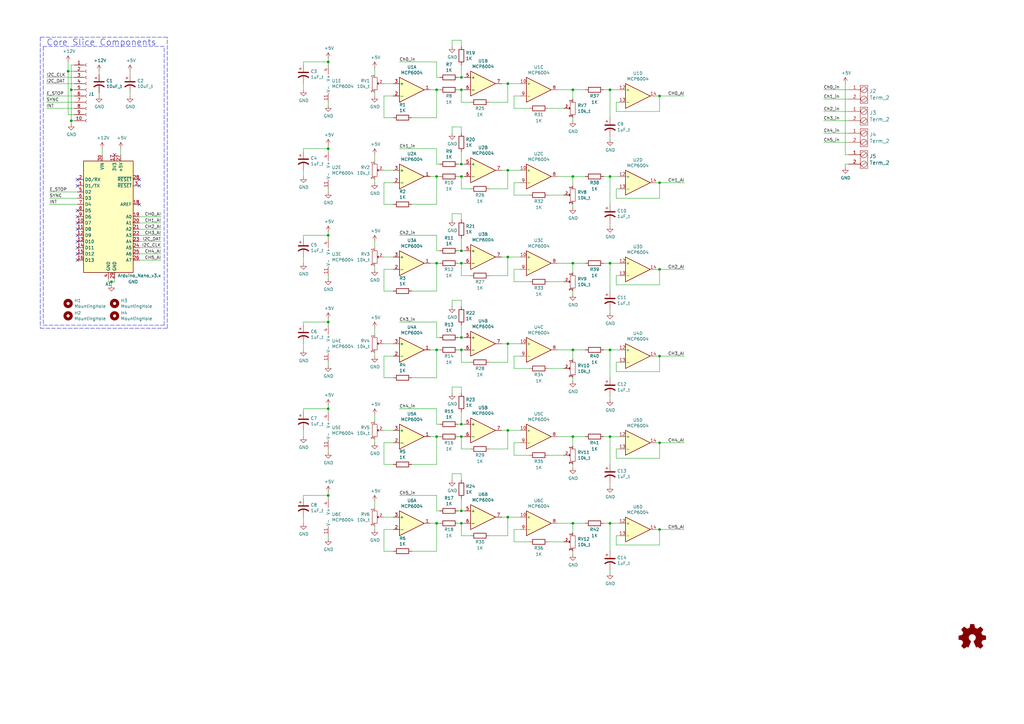
<source format=kicad_sch>
(kicad_sch (version 20211123) (generator eeschema)
  (paper "A3")
  (lib_symbols
    (symbol "Amplifier_Operational:MCP6004" (pin_names (offset 0.127))
      (property "Reference" "U" (at 0 5.08 0))
      (property "Value" "MCP6004" (at 0 -5.08 0))
      (symbol "MCP6004_1_1"
        (pin output line (at 7.62 0 180) (length 2.54) (name "~") (number "1"))
        (pin input line (at -7.62 -2.54 0) (length 2.54) (name "-") (number "2"))
        (pin input line (at -7.62 2.54 0) (length 2.54) (name "+") (number "3"))
      )
      (symbol "MCP6004_2_1"
        (pin input line (at -7.62 2.54 0) (length 2.54) (name "+") (number "5"))
        (pin input line (at -7.62 -2.54 0) (length 2.54) (name "-") (number "6"))
        (pin output line (at 7.62 0 180) (length 2.54) (name "~") (number "7"))
      )
      (symbol "MCP6004_3_1"
        (pin input line (at -7.62 2.54 0) (length 2.54) (name "+") (number "10"))
        (pin output line (at 7.62 0 180) (length 2.54) (name "~") (number "8"))
        (pin input line (at -7.62 -2.54 0) (length 2.54) (name "-") (number "9"))
      )
      (symbol "MCP6004_4_1"
        (pin input line (at -7.62 2.54 0) (length 2.54) (name "+") (number "12"))
        (pin input line (at -7.62 -2.54 0) (length 2.54) (name "-") (number "13"))
        (pin output line (at 7.62 0 180) (length 2.54) (name "~") (number "14"))
      )
      (symbol "MCP6004_5_1"
        (pin power_in line (at -2.54 -7.62 90) (length 3.81) (name "V-") (number "11"))
        (pin power_in line (at -2.54 7.62 270) (length 3.81) (name "V+") (number "4"))
      )
    )
    (symbol "BREAD_Slice-rescue:10k_t-OCI_UPL_1_Resistors" (pin_names (offset 1.016) hide)
      (property "Reference" "RV" (at 0 -2.032 0))
      (property "Value" "10k_t-OCI_UPL_1_Resistors" (at 0 0 0))
      (symbol "10k_t-OCI_UPL_1_Resistors_1_1"
        (pin passive line (at -3.81 0 0) (length 1.27) (name "1") (number "1"))
        (pin passive line (at 0 3.81 270) (length 2.54) (name "2") (number "2"))
        (pin passive line (at 3.81 0 180) (length 1.27) (name "3") (number "3"))
      )
    )
    (symbol "BREAD_Slice-rescue:10uF_t-OCI_UPL_2_Capacitors" (pin_numbers hide) (pin_names (offset 0.254) hide)
      (property "Reference" "C" (at 0.635 2.54 0))
      (property "Value" "10uF_t-OCI_UPL_2_Capacitors" (at 0.635 -2.54 0))
      (symbol "10uF_t-OCI_UPL_2_Capacitors_1_1"
        (pin passive line (at 0 3.81 270) (length 2.794) (name "~") (number "1"))
        (pin passive line (at 0 -3.81 90) (length 3.302) (name "~") (number "2"))
      )
    )
    (symbol "BREAD_Slice-rescue:1K-OCI_UPL_1_Resistors" (pin_numbers hide) (pin_names (offset 0))
      (property "Reference" "R" (at 0 2.032 0))
      (property "Value" "1K-OCI_UPL_1_Resistors" (at 0 0 0))
      (symbol "1K-OCI_UPL_1_Resistors_1_1"
        (pin passive line (at -3.81 0 0) (length 1.27) (name "~") (number "1"))
        (pin passive line (at 3.81 0 180) (length 1.27) (name "~") (number "2"))
      )
    )
    (symbol "BREAD_Slice-rescue:1uF_t-OCI_UPL_2_Capacitors" (pin_numbers hide) (pin_names (offset 0.254) hide)
      (property "Reference" "C" (at 0.635 2.54 0))
      (property "Value" "1uF_t-OCI_UPL_2_Capacitors" (at 0.635 -2.54 0))
      (symbol "1uF_t-OCI_UPL_2_Capacitors_1_1"
        (pin passive line (at 0 3.81 270) (length 2.794) (name "~") (number "1"))
        (pin passive line (at 0 -3.81 90) (length 3.302) (name "~") (number "2"))
      )
    )
    (symbol "BREAD_Slice-rescue:Term_2-OCI_UPL_10_Connectors" (pin_names (offset 1.016))
      (property "Reference" "J" (at 3.81 1.27 0))
      (property "Value" "Term_2-OCI_UPL_10_Connectors" (at 6.35 3.81 0))
      (symbol "Term_2-OCI_UPL_10_Connectors_1_1"
        (pin input line (at -6.35 3.81 0) (length 5.08) (name "~") (number "1"))
        (pin input line (at -6.35 0 0) (length 5.08) (name "~") (number "2"))
      )
    )
    (symbol "Connector:Conn_01x10_Female" (pin_names (offset 1.016) hide)
      (property "Reference" "J" (at 0 12.7 0))
      (property "Value" "Conn_01x10_Female" (at 0 -15.24 0))
      (symbol "Conn_01x10_Female_1_1"
        (pin passive line (at -5.08 10.16 0) (length 3.81) (name "Pin_1") (number "1"))
        (pin passive line (at -5.08 -12.7 0) (length 3.81) (name "Pin_10") (number "10"))
        (pin passive line (at -5.08 7.62 0) (length 3.81) (name "Pin_2") (number "2"))
        (pin passive line (at -5.08 5.08 0) (length 3.81) (name "Pin_3") (number "3"))
        (pin passive line (at -5.08 2.54 0) (length 3.81) (name "Pin_4") (number "4"))
        (pin passive line (at -5.08 0 0) (length 3.81) (name "Pin_5") (number "5"))
        (pin passive line (at -5.08 -2.54 0) (length 3.81) (name "Pin_6") (number "6"))
        (pin passive line (at -5.08 -5.08 0) (length 3.81) (name "Pin_7") (number "7"))
        (pin passive line (at -5.08 -7.62 0) (length 3.81) (name "Pin_8") (number "8"))
        (pin passive line (at -5.08 -10.16 0) (length 3.81) (name "Pin_9") (number "9"))
      )
    )
    (symbol "Graphic:Logo_Open_Hardware_Small" (pin_names (offset 1.016)))
    (symbol "MCU_Module:Arduino_Nano_v3.x"
      (property "Reference" "A" (at -10.16 23.495 0))
      (property "Value" "Arduino_Nano_v3.x" (at 5.08 -24.13 0))
      (symbol "Arduino_Nano_v3.x_1_1"
        (pin bidirectional line (at -12.7 12.7 0) (length 2.54) (name "D1/TX") (number "1"))
        (pin bidirectional line (at -12.7 -2.54 0) (length 2.54) (name "D7") (number "10"))
        (pin bidirectional line (at -12.7 -5.08 0) (length 2.54) (name "D8") (number "11"))
        (pin bidirectional line (at -12.7 -7.62 0) (length 2.54) (name "D9") (number "12"))
        (pin bidirectional line (at -12.7 -10.16 0) (length 2.54) (name "D10") (number "13"))
        (pin bidirectional line (at -12.7 -12.7 0) (length 2.54) (name "D11") (number "14"))
        (pin bidirectional line (at -12.7 -15.24 0) (length 2.54) (name "D12") (number "15"))
        (pin bidirectional line (at -12.7 -17.78 0) (length 2.54) (name "D13") (number "16"))
        (pin power_out line (at 2.54 25.4 270) (length 2.54) (name "3V3") (number "17"))
        (pin input line (at 12.7 5.08 180) (length 2.54) (name "AREF") (number "18"))
        (pin bidirectional line (at 12.7 0 180) (length 2.54) (name "A0") (number "19"))
        (pin bidirectional line (at -12.7 15.24 0) (length 2.54) (name "D0/RX") (number "2"))
        (pin bidirectional line (at 12.7 -2.54 180) (length 2.54) (name "A1") (number "20"))
        (pin bidirectional line (at 12.7 -5.08 180) (length 2.54) (name "A2") (number "21"))
        (pin bidirectional line (at 12.7 -7.62 180) (length 2.54) (name "A3") (number "22"))
        (pin bidirectional line (at 12.7 -10.16 180) (length 2.54) (name "A4") (number "23"))
        (pin bidirectional line (at 12.7 -12.7 180) (length 2.54) (name "A5") (number "24"))
        (pin bidirectional line (at 12.7 -15.24 180) (length 2.54) (name "A6") (number "25"))
        (pin bidirectional line (at 12.7 -17.78 180) (length 2.54) (name "A7") (number "26"))
        (pin power_out line (at 5.08 25.4 270) (length 2.54) (name "+5V") (number "27"))
        (pin input line (at 12.7 15.24 180) (length 2.54) (name "~{RESET}") (number "28"))
        (pin power_in line (at 2.54 -25.4 90) (length 2.54) (name "GND") (number "29"))
        (pin input line (at 12.7 12.7 180) (length 2.54) (name "~{RESET}") (number "3"))
        (pin power_in line (at -2.54 25.4 270) (length 2.54) (name "VIN") (number "30"))
        (pin power_in line (at 0 -25.4 90) (length 2.54) (name "GND") (number "4"))
        (pin bidirectional line (at -12.7 10.16 0) (length 2.54) (name "D2") (number "5"))
        (pin bidirectional line (at -12.7 7.62 0) (length 2.54) (name "D3") (number "6"))
        (pin bidirectional line (at -12.7 5.08 0) (length 2.54) (name "D4") (number "7"))
        (pin bidirectional line (at -12.7 2.54 0) (length 2.54) (name "D5") (number "8"))
        (pin bidirectional line (at -12.7 0 0) (length 2.54) (name "D6") (number "9"))
      )
    )
    (symbol "Mechanical:MountingHole" (pin_names (offset 1.016))
      (property "Reference" "H" (at 0 5.08 0))
      (property "Value" "MountingHole" (at 0 3.175 0))
    )
    (symbol "power:+12V" (power) (pin_names (offset 0))
      (property "Value" "+12V" (at 0 3.556 0))
      (symbol "+12V_1_1"
        (pin power_in line (at 0 0 90) (length 0) hide (name "+12V") (number "1"))
      )
    )
    (symbol "power:+5V" (power) (pin_names (offset 0))
      (property "Value" "+5V" (at 0 3.556 0))
      (symbol "+5V_1_1"
        (pin power_in line (at 0 0 90) (length 0) hide (name "+5V") (number "1"))
      )
    )
    (symbol "power:GND" (power) (pin_names (offset 0))
      (property "Value" "GND" (at 0 -3.81 0))
      (symbol "GND_1_1"
        (pin power_in line (at 0 0 270) (length 0) hide (name "GND") (number "1"))
      )
    )
  )
  (junction (at 189.23 102.87))
  (junction (at 179.07 107.95))
  (junction (at 179.07 179.07))
  (junction (at 134.62 203.2))
  (junction (at 234.95 72.39))
  (junction (at 189.23 143.51))
  (junction (at 179.07 36.83))
  (junction (at 189.23 173.99))
  (junction (at 234.95 143.51))
  (junction (at 270.51 146.05))
  (junction (at 234.95 214.63))
  (junction (at 179.07 72.39))
  (junction (at 250.19 107.95))
  (junction (at 234.95 179.07))
  (junction (at 189.23 209.55))
  (junction (at 134.62 25.4))
  (junction (at 29.21 49.53))
  (junction (at 189.23 138.43))
  (junction (at 270.51 181.61))
  (junction (at 179.07 214.63))
  (junction (at 250.19 36.83))
  (junction (at 208.28 105.41))
  (junction (at 250.19 72.39))
  (junction (at 27.94 29.21))
  (junction (at 208.28 69.85))
  (junction (at 134.62 60.96))
  (junction (at 234.95 107.95))
  (junction (at 134.62 132.08))
  (junction (at 179.07 143.51))
  (junction (at 208.28 176.53))
  (junction (at 234.95 36.83))
  (junction (at 189.23 72.39))
  (junction (at 270.51 39.37))
  (junction (at 270.51 74.93))
  (junction (at 45.72 115.57))
  (junction (at 250.19 214.63))
  (junction (at 29.21 36.83))
  (junction (at 189.23 36.83))
  (junction (at 189.23 107.95))
  (junction (at 189.23 31.75))
  (junction (at 250.19 143.51))
  (junction (at 270.51 110.49))
  (junction (at 208.28 34.29))
  (junction (at 189.23 214.63))
  (junction (at 189.23 179.07))
  (junction (at 208.28 212.09))
  (junction (at 189.23 67.31))
  (junction (at 250.19 179.07))
  (junction (at 134.62 96.52))
  (junction (at 134.62 167.64))
  (junction (at 208.28 140.97))
  (junction (at 270.51 217.17))
  (no_connect (at 57.15 76.2))
  (no_connect (at 31.75 76.2))
  (no_connect (at 31.75 99.06))
  (no_connect (at 31.75 86.36))
  (no_connect (at 31.75 88.9))
  (no_connect (at 46.99 63.5))
  (no_connect (at 31.75 104.14))
  (no_connect (at 31.75 93.98))
  (no_connect (at 31.75 73.66))
  (no_connect (at 57.15 83.82))
  (no_connect (at 57.15 73.66))
  (no_connect (at 31.75 96.52))
  (no_connect (at 31.75 91.44))
  (no_connect (at 31.75 101.6))
  (no_connect (at 31.75 106.68))
  (wire (pts (xy 252.73 45.72) (xy 270.51 45.72)))
  (wire (pts (xy 347.98 36.83) (xy 337.82 36.83)))
  (wire (pts (xy 180.34 107.95) (xy 179.07 107.95)))
  (wire (pts (xy 189.23 31.75) (xy 190.5 31.75)))
  (wire (pts (xy 270.51 152.4) (xy 270.51 146.05)))
  (wire (pts (xy 157.48 154.94) (xy 157.48 146.05)))
  (wire (pts (xy 346.71 67.31) (xy 346.71 68.58)))
  (wire (pts (xy 179.07 36.83) (xy 176.53 36.83)))
  (wire (pts (xy 57.15 93.98) (xy 66.04 93.98)))
  (wire (pts (xy 240.03 214.63) (xy 234.95 214.63)))
  (wire (pts (xy 270.51 223.52) (xy 270.51 217.17)))
  (wire (pts (xy 270.51 110.49) (xy 269.24 110.49)))
  (wire (pts (xy 240.03 72.39) (xy 234.95 72.39)))
  (wire (pts (xy 53.34 39.37) (xy 53.34 38.1)))
  (wire (pts (xy 168.91 190.5) (xy 179.07 190.5)))
  (wire (pts (xy 210.82 74.93) (xy 213.36 74.93)))
  (wire (pts (xy 161.29 69.85) (xy 157.48 69.85)))
  (wire (pts (xy 187.96 36.83) (xy 189.23 36.83)))
  (wire (pts (xy 270.51 181.61) (xy 269.24 181.61)))
  (wire (pts (xy 124.46 105.41) (xy 124.46 107.95)))
  (wire (pts (xy 270.51 146.05) (xy 280.67 146.05)))
  (wire (pts (xy 213.36 105.41) (xy 208.28 105.41)))
  (wire (pts (xy 250.19 48.26) (xy 250.19 36.83)))
  (wire (pts (xy 19.05 41.91) (xy 30.48 41.91)))
  (wire (pts (xy 213.36 176.53) (xy 208.28 176.53)))
  (wire (pts (xy 163.83 167.64) (xy 179.07 167.64)))
  (wire (pts (xy 153.67 205.74) (xy 153.67 208.28)))
  (wire (pts (xy 124.46 133.35) (xy 124.46 132.08)))
  (wire (pts (xy 337.82 58.42) (xy 347.98 58.42)))
  (wire (pts (xy 134.62 130.81) (xy 134.62 132.08)))
  (wire (pts (xy 193.04 41.91) (xy 189.23 41.91)))
  (wire (pts (xy 185.42 123.19) (xy 189.23 123.19)))
  (wire (pts (xy 29.21 26.67) (xy 30.48 26.67)))
  (wire (pts (xy 179.07 83.82) (xy 179.07 72.39)))
  (wire (pts (xy 250.19 36.83) (xy 254 36.83)))
  (wire (pts (xy 179.07 107.95) (xy 176.53 107.95)))
  (wire (pts (xy 161.29 190.5) (xy 157.48 190.5)))
  (wire (pts (xy 270.51 110.49) (xy 280.67 110.49)))
  (wire (pts (xy 346.71 63.5) (xy 347.98 63.5)))
  (wire (pts (xy 163.83 203.2) (xy 179.07 203.2)))
  (wire (pts (xy 208.28 34.29) (xy 205.74 34.29)))
  (wire (pts (xy 234.95 214.63) (xy 228.6 214.63)))
  (wire (pts (xy 254 148.59) (xy 252.73 148.59)))
  (wire (pts (xy 124.46 167.64) (xy 134.62 167.64)))
  (wire (pts (xy 179.07 154.94) (xy 179.07 143.51)))
  (wire (pts (xy 161.29 105.41) (xy 157.48 105.41)))
  (wire (pts (xy 189.23 158.75) (xy 189.23 161.29)))
  (wire (pts (xy 153.67 39.37) (xy 153.67 38.1)))
  (wire (pts (xy 224.79 44.45) (xy 231.14 44.45)))
  (wire (pts (xy 213.36 140.97) (xy 208.28 140.97)))
  (wire (pts (xy 157.48 181.61) (xy 161.29 181.61)))
  (wire (pts (xy 210.82 80.01) (xy 210.82 74.93)))
  (wire (pts (xy 270.51 39.37) (xy 280.67 39.37)))
  (wire (pts (xy 234.95 147.32) (xy 234.95 143.51)))
  (wire (pts (xy 153.67 170.18) (xy 153.67 172.72)))
  (wire (pts (xy 250.19 83.82) (xy 250.19 72.39)))
  (wire (pts (xy 234.95 83.82) (xy 234.95 85.09)))
  (wire (pts (xy 270.51 217.17) (xy 280.67 217.17)))
  (wire (pts (xy 40.64 30.48) (xy 40.64 29.21)))
  (polyline (pts (xy 16.51 15.24) (xy 16.51 134.62)))
  (wire (pts (xy 180.34 179.07) (xy 179.07 179.07)))
  (wire (pts (xy 250.19 199.39) (xy 250.19 198.12)))
  (wire (pts (xy 347.98 67.31) (xy 346.71 67.31)))
  (polyline (pts (xy 68.58 134.62) (xy 68.58 15.24)))
  (wire (pts (xy 185.42 158.75) (xy 189.23 158.75)))
  (wire (pts (xy 168.91 226.06) (xy 179.07 226.06)))
  (wire (pts (xy 30.48 31.75) (xy 19.05 31.75)))
  (wire (pts (xy 247.65 179.07) (xy 250.19 179.07)))
  (wire (pts (xy 270.51 116.84) (xy 270.51 110.49)))
  (wire (pts (xy 161.29 34.29) (xy 157.48 34.29)))
  (wire (pts (xy 53.34 30.48) (xy 53.34 29.21)))
  (wire (pts (xy 250.19 179.07) (xy 254 179.07)))
  (wire (pts (xy 270.51 39.37) (xy 269.24 39.37)))
  (wire (pts (xy 189.23 148.59) (xy 189.23 143.51)))
  (wire (pts (xy 254 41.91) (xy 252.73 41.91)))
  (wire (pts (xy 124.46 212.09) (xy 124.46 214.63)))
  (wire (pts (xy 27.94 25.4) (xy 27.94 29.21)))
  (wire (pts (xy 124.46 140.97) (xy 124.46 143.51)))
  (wire (pts (xy 208.28 69.85) (xy 205.74 69.85)))
  (wire (pts (xy 185.42 194.31) (xy 189.23 194.31)))
  (wire (pts (xy 247.65 143.51) (xy 250.19 143.51)))
  (wire (pts (xy 153.67 99.06) (xy 153.67 101.6)))
  (wire (pts (xy 234.95 111.76) (xy 234.95 107.95)))
  (wire (pts (xy 234.95 107.95) (xy 228.6 107.95)))
  (wire (pts (xy 153.67 63.5) (xy 153.67 66.04)))
  (wire (pts (xy 210.82 151.13) (xy 210.82 146.05)))
  (wire (pts (xy 189.23 214.63) (xy 190.5 214.63)))
  (wire (pts (xy 157.48 190.5) (xy 157.48 181.61)))
  (wire (pts (xy 157.48 217.17) (xy 161.29 217.17)))
  (wire (pts (xy 189.23 16.51) (xy 189.23 19.05)))
  (wire (pts (xy 134.62 43.18) (xy 134.62 41.91)))
  (wire (pts (xy 157.48 83.82) (xy 157.48 74.93)))
  (wire (pts (xy 179.07 214.63) (xy 176.53 214.63)))
  (wire (pts (xy 179.07 179.07) (xy 176.53 179.07)))
  (wire (pts (xy 163.83 132.08) (xy 179.07 132.08)))
  (wire (pts (xy 224.79 222.25) (xy 231.14 222.25)))
  (wire (pts (xy 134.62 95.25) (xy 134.62 96.52)))
  (wire (pts (xy 189.23 41.91) (xy 189.23 36.83)))
  (wire (pts (xy 179.07 132.08) (xy 179.07 138.43)))
  (wire (pts (xy 187.96 209.55) (xy 189.23 209.55)))
  (wire (pts (xy 213.36 212.09) (xy 208.28 212.09)))
  (wire (pts (xy 134.62 201.93) (xy 134.62 203.2)))
  (wire (pts (xy 49.53 60.96) (xy 49.53 63.5)))
  (wire (pts (xy 179.07 203.2) (xy 179.07 209.55)))
  (wire (pts (xy 179.07 60.96) (xy 179.07 67.31)))
  (wire (pts (xy 134.62 132.08) (xy 134.62 133.35)))
  (wire (pts (xy 179.07 173.99) (xy 180.34 173.99)))
  (wire (pts (xy 200.66 184.15) (xy 208.28 184.15)))
  (wire (pts (xy 189.23 67.31) (xy 190.5 67.31)))
  (wire (pts (xy 252.73 223.52) (xy 270.51 223.52)))
  (wire (pts (xy 180.34 72.39) (xy 179.07 72.39)))
  (wire (pts (xy 179.07 72.39) (xy 176.53 72.39)))
  (wire (pts (xy 252.73 219.71) (xy 252.73 223.52)))
  (wire (pts (xy 179.07 190.5) (xy 179.07 179.07)))
  (wire (pts (xy 210.82 110.49) (xy 213.36 110.49)))
  (wire (pts (xy 224.79 115.57) (xy 231.14 115.57)))
  (wire (pts (xy 185.42 54.61) (xy 185.42 52.07)))
  (wire (pts (xy 337.82 40.64) (xy 347.98 40.64)))
  (wire (pts (xy 270.51 74.93) (xy 269.24 74.93)))
  (wire (pts (xy 157.48 110.49) (xy 161.29 110.49)))
  (wire (pts (xy 270.51 74.93) (xy 280.67 74.93)))
  (wire (pts (xy 187.96 107.95) (xy 189.23 107.95)))
  (wire (pts (xy 30.48 49.53) (xy 29.21 49.53)))
  (wire (pts (xy 250.19 226.06) (xy 250.19 214.63)))
  (wire (pts (xy 217.17 151.13) (xy 210.82 151.13)))
  (wire (pts (xy 57.15 88.9) (xy 66.04 88.9)))
  (wire (pts (xy 31.75 78.74) (xy 20.32 78.74)))
  (wire (pts (xy 224.79 80.01) (xy 231.14 80.01)))
  (wire (pts (xy 46.99 115.57) (xy 46.99 114.3)))
  (wire (pts (xy 208.28 219.71) (xy 208.28 212.09)))
  (wire (pts (xy 210.82 146.05) (xy 213.36 146.05)))
  (wire (pts (xy 189.23 184.15) (xy 189.23 179.07)))
  (wire (pts (xy 189.23 209.55) (xy 190.5 209.55)))
  (wire (pts (xy 157.48 146.05) (xy 161.29 146.05)))
  (wire (pts (xy 40.64 39.37) (xy 40.64 38.1)))
  (wire (pts (xy 250.19 107.95) (xy 254 107.95)))
  (wire (pts (xy 217.17 222.25) (xy 210.82 222.25)))
  (wire (pts (xy 193.04 219.71) (xy 189.23 219.71)))
  (wire (pts (xy 234.95 36.83) (xy 228.6 36.83)))
  (wire (pts (xy 189.23 168.91) (xy 189.23 173.99)))
  (wire (pts (xy 234.95 154.94) (xy 234.95 156.21)))
  (wire (pts (xy 250.19 214.63) (xy 254 214.63)))
  (wire (pts (xy 270.51 45.72) (xy 270.51 39.37)))
  (wire (pts (xy 153.67 27.94) (xy 153.67 30.48)))
  (wire (pts (xy 124.46 69.85) (xy 124.46 72.39)))
  (wire (pts (xy 157.48 226.06) (xy 157.48 217.17)))
  (wire (pts (xy 254 184.15) (xy 252.73 184.15)))
  (wire (pts (xy 57.15 104.14) (xy 66.04 104.14)))
  (wire (pts (xy 252.73 184.15) (xy 252.73 187.96)))
  (wire (pts (xy 153.67 217.17) (xy 153.67 215.9)))
  (wire (pts (xy 200.66 41.91) (xy 208.28 41.91)))
  (wire (pts (xy 161.29 226.06) (xy 157.48 226.06)))
  (wire (pts (xy 179.07 119.38) (xy 179.07 107.95)))
  (wire (pts (xy 240.03 179.07) (xy 234.95 179.07)))
  (wire (pts (xy 193.04 148.59) (xy 189.23 148.59)))
  (wire (pts (xy 208.28 105.41) (xy 205.74 105.41)))
  (wire (pts (xy 234.95 119.38) (xy 234.95 120.65)))
  (wire (pts (xy 193.04 77.47) (xy 189.23 77.47)))
  (wire (pts (xy 189.23 62.23) (xy 189.23 67.31)))
  (wire (pts (xy 124.46 96.52) (xy 134.62 96.52)))
  (wire (pts (xy 189.23 138.43) (xy 190.5 138.43)))
  (wire (pts (xy 254 113.03) (xy 252.73 113.03)))
  (wire (pts (xy 247.65 72.39) (xy 250.19 72.39)))
  (wire (pts (xy 66.04 99.06) (xy 57.15 99.06)))
  (wire (pts (xy 189.23 204.47) (xy 189.23 209.55)))
  (wire (pts (xy 30.48 36.83) (xy 29.21 36.83)))
  (wire (pts (xy 240.03 107.95) (xy 234.95 107.95)))
  (wire (pts (xy 29.21 36.83) (xy 29.21 26.67)))
  (wire (pts (xy 179.07 96.52) (xy 179.07 102.87)))
  (wire (pts (xy 30.48 46.99) (xy 27.94 46.99)))
  (wire (pts (xy 185.42 90.17) (xy 185.42 87.63)))
  (wire (pts (xy 19.05 44.45) (xy 30.48 44.45)))
  (wire (pts (xy 234.95 226.06) (xy 234.95 227.33)))
  (wire (pts (xy 210.82 181.61) (xy 213.36 181.61)))
  (wire (pts (xy 124.46 62.23) (xy 124.46 60.96)))
  (wire (pts (xy 124.46 203.2) (xy 134.62 203.2)))
  (wire (pts (xy 193.04 184.15) (xy 189.23 184.15)))
  (wire (pts (xy 250.19 92.71) (xy 250.19 91.44)))
  (wire (pts (xy 252.73 152.4) (xy 270.51 152.4)))
  (wire (pts (xy 157.48 39.37) (xy 161.29 39.37)))
  (wire (pts (xy 153.67 74.93) (xy 153.67 73.66)))
  (wire (pts (xy 208.28 148.59) (xy 208.28 140.97)))
  (wire (pts (xy 200.66 113.03) (xy 208.28 113.03)))
  (wire (pts (xy 57.15 96.52) (xy 66.04 96.52)))
  (wire (pts (xy 187.96 179.07) (xy 189.23 179.07)))
  (wire (pts (xy 57.15 101.6) (xy 66.04 101.6)))
  (wire (pts (xy 252.73 113.03) (xy 252.73 116.84)))
  (wire (pts (xy 217.17 80.01) (xy 210.82 80.01)))
  (wire (pts (xy 234.95 179.07) (xy 228.6 179.07)))
  (wire (pts (xy 208.28 113.03) (xy 208.28 105.41)))
  (polyline (pts (xy 68.58 15.24) (xy 16.51 15.24)))
  (wire (pts (xy 189.23 52.07) (xy 189.23 54.61)))
  (wire (pts (xy 163.83 60.96) (xy 179.07 60.96)))
  (wire (pts (xy 270.51 146.05) (xy 269.24 146.05)))
  (wire (pts (xy 250.19 154.94) (xy 250.19 143.51)))
  (wire (pts (xy 247.65 36.83) (xy 250.19 36.83)))
  (wire (pts (xy 45.72 115.57) (xy 46.99 115.57)))
  (wire (pts (xy 240.03 143.51) (xy 234.95 143.51)))
  (wire (pts (xy 213.36 69.85) (xy 208.28 69.85)))
  (wire (pts (xy 208.28 176.53) (xy 205.74 176.53)))
  (wire (pts (xy 179.07 67.31) (xy 180.34 67.31)))
  (wire (pts (xy 180.34 214.63) (xy 179.07 214.63)))
  (wire (pts (xy 187.96 214.63) (xy 189.23 214.63)))
  (wire (pts (xy 57.15 106.68) (xy 66.04 106.68)))
  (wire (pts (xy 252.73 116.84) (xy 270.51 116.84)))
  (wire (pts (xy 234.95 48.26) (xy 234.95 49.53)))
  (wire (pts (xy 210.82 115.57) (xy 210.82 110.49)))
  (wire (pts (xy 179.07 138.43) (xy 180.34 138.43)))
  (wire (pts (xy 134.62 25.4) (xy 134.62 26.67)))
  (wire (pts (xy 27.94 46.99) (xy 27.94 29.21)))
  (wire (pts (xy 161.29 119.38) (xy 157.48 119.38)))
  (wire (pts (xy 153.67 146.05) (xy 153.67 144.78)))
  (wire (pts (xy 189.23 123.19) (xy 189.23 125.73)))
  (wire (pts (xy 124.46 34.29) (xy 124.46 36.83)))
  (wire (pts (xy 189.23 194.31) (xy 189.23 196.85)))
  (wire (pts (xy 29.21 49.53) (xy 29.21 36.83)))
  (wire (pts (xy 187.96 102.87) (xy 189.23 102.87)))
  (wire (pts (xy 208.28 184.15) (xy 208.28 176.53)))
  (wire (pts (xy 179.07 167.64) (xy 179.07 173.99)))
  (wire (pts (xy 252.73 81.28) (xy 270.51 81.28)))
  (wire (pts (xy 208.28 41.91) (xy 208.28 34.29)))
  (wire (pts (xy 134.62 60.96) (xy 134.62 62.23)))
  (wire (pts (xy 134.62 114.3) (xy 134.62 113.03)))
  (wire (pts (xy 134.62 24.13) (xy 134.62 25.4)))
  (wire (pts (xy 168.91 48.26) (xy 179.07 48.26)))
  (wire (pts (xy 161.29 176.53) (xy 157.48 176.53)))
  (wire (pts (xy 247.65 214.63) (xy 250.19 214.63)))
  (wire (pts (xy 185.42 125.73) (xy 185.42 123.19)))
  (wire (pts (xy 20.32 83.82) (xy 31.75 83.82)))
  (wire (pts (xy 208.28 212.09) (xy 205.74 212.09)))
  (wire (pts (xy 179.07 48.26) (xy 179.07 36.83)))
  (wire (pts (xy 157.48 74.93) (xy 161.29 74.93)))
  (wire (pts (xy 200.66 148.59) (xy 208.28 148.59)))
  (wire (pts (xy 41.91 60.96) (xy 41.91 63.5)))
  (wire (pts (xy 200.66 219.71) (xy 208.28 219.71)))
  (wire (pts (xy 153.67 134.62) (xy 153.67 137.16)))
  (wire (pts (xy 210.82 39.37) (xy 213.36 39.37)))
  (wire (pts (xy 124.46 168.91) (xy 124.46 167.64)))
  (wire (pts (xy 210.82 222.25) (xy 210.82 217.17)))
  (wire (pts (xy 189.23 77.47) (xy 189.23 72.39)))
  (wire (pts (xy 234.95 182.88) (xy 234.95 179.07)))
  (wire (pts (xy 124.46 97.79) (xy 124.46 96.52)))
  (wire (pts (xy 179.07 25.4) (xy 179.07 31.75)))
  (wire (pts (xy 134.62 220.98) (xy 134.62 219.71)))
  (wire (pts (xy 124.46 26.67) (xy 124.46 25.4)))
  (wire (pts (xy 163.83 96.52) (xy 179.07 96.52)))
  (wire (pts (xy 347.98 45.72) (xy 337.82 45.72)))
  (wire (pts (xy 134.62 149.86) (xy 134.62 148.59)))
  (wire (pts (xy 189.23 72.39) (xy 190.5 72.39)))
  (wire (pts (xy 250.19 234.95) (xy 250.19 233.68)))
  (wire (pts (xy 208.28 140.97) (xy 205.74 140.97)))
  (wire (pts (xy 252.73 187.96) (xy 270.51 187.96)))
  (wire (pts (xy 163.83 25.4) (xy 179.07 25.4)))
  (wire (pts (xy 346.71 34.29) (xy 346.71 63.5)))
  (wire (pts (xy 187.96 138.43) (xy 189.23 138.43)))
  (wire (pts (xy 134.62 185.42) (xy 134.62 184.15)))
  (wire (pts (xy 210.82 186.69) (xy 210.82 181.61)))
  (wire (pts (xy 45.72 115.57) (xy 45.72 116.84)))
  (wire (pts (xy 185.42 16.51) (xy 189.23 16.51)))
  (wire (pts (xy 180.34 143.51) (xy 179.07 143.51)))
  (polyline (pts (xy 16.51 134.62) (xy 68.58 134.62)))
  (wire (pts (xy 189.23 219.71) (xy 189.23 214.63)))
  (wire (pts (xy 185.42 52.07) (xy 189.23 52.07)))
  (wire (pts (xy 217.17 115.57) (xy 210.82 115.57)))
  (polyline (pts (xy 17.78 19.05) (xy 17.78 133.35)))
  (wire (pts (xy 161.29 140.97) (xy 157.48 140.97)))
  (wire (pts (xy 254 219.71) (xy 252.73 219.71)))
  (wire (pts (xy 185.42 19.05) (xy 185.42 16.51)))
  (wire (pts (xy 19.05 34.29) (xy 30.48 34.29)))
  (wire (pts (xy 161.29 48.26) (xy 157.48 48.26)))
  (wire (pts (xy 157.48 48.26) (xy 157.48 39.37)))
  (wire (pts (xy 44.45 115.57) (xy 45.72 115.57)))
  (wire (pts (xy 124.46 132.08) (xy 134.62 132.08)))
  (wire (pts (xy 187.96 72.39) (xy 189.23 72.39)))
  (wire (pts (xy 234.95 143.51) (xy 228.6 143.51)))
  (wire (pts (xy 217.17 44.45) (xy 210.82 44.45)))
  (wire (pts (xy 179.07 209.55) (xy 180.34 209.55)))
  (wire (pts (xy 161.29 212.09) (xy 157.48 212.09)))
  (wire (pts (xy 250.19 143.51) (xy 254 143.51)))
  (wire (pts (xy 187.96 31.75) (xy 189.23 31.75)))
  (wire (pts (xy 210.82 44.45) (xy 210.82 39.37)))
  (wire (pts (xy 185.42 196.85) (xy 185.42 194.31)))
  (wire (pts (xy 250.19 72.39) (xy 254 72.39)))
  (wire (pts (xy 250.19 128.27) (xy 250.19 127)))
  (wire (pts (xy 124.46 25.4) (xy 134.62 25.4)))
  (polyline (pts (xy 67.31 133.35) (xy 67.31 19.05)))
  (wire (pts (xy 189.23 36.83) (xy 190.5 36.83)))
  (wire (pts (xy 153.67 181.61) (xy 153.67 180.34)))
  (wire (pts (xy 161.29 83.82) (xy 157.48 83.82)))
  (wire (pts (xy 270.51 81.28) (xy 270.51 74.93)))
  (wire (pts (xy 252.73 148.59) (xy 252.73 152.4)))
  (wire (pts (xy 210.82 217.17) (xy 213.36 217.17)))
  (wire (pts (xy 208.28 77.47) (xy 208.28 69.85)))
  (wire (pts (xy 234.95 72.39) (xy 228.6 72.39)))
  (wire (pts (xy 124.46 176.53) (xy 124.46 179.07)))
  (wire (pts (xy 134.62 78.74) (xy 134.62 77.47)))
  (wire (pts (xy 189.23 113.03) (xy 189.23 107.95)))
  (wire (pts (xy 189.23 143.51) (xy 190.5 143.51)))
  (wire (pts (xy 134.62 59.69) (xy 134.62 60.96)))
  (wire (pts (xy 224.79 151.13) (xy 231.14 151.13)))
  (wire (pts (xy 200.66 77.47) (xy 208.28 77.47)))
  (polyline (pts (xy 17.78 133.35) (xy 67.31 133.35)))
  (wire (pts (xy 240.03 36.83) (xy 234.95 36.83)))
  (wire (pts (xy 185.42 161.29) (xy 185.42 158.75)))
  (wire (pts (xy 250.19 57.15) (xy 250.19 55.88)))
  (wire (pts (xy 124.46 204.47) (xy 124.46 203.2)))
  (wire (pts (xy 250.19 163.83) (xy 250.19 162.56)))
  (wire (pts (xy 252.73 77.47) (xy 252.73 81.28)))
  (wire (pts (xy 217.17 186.69) (xy 210.82 186.69)))
  (wire (pts (xy 270.51 187.96) (xy 270.51 181.61)))
  (wire (pts (xy 168.91 154.94) (xy 179.07 154.94)))
  (wire (pts (xy 179.07 102.87) (xy 180.34 102.87)))
  (wire (pts (xy 234.95 76.2) (xy 234.95 72.39)))
  (wire (pts (xy 189.23 133.35) (xy 189.23 138.43)))
  (wire (pts (xy 193.04 113.03) (xy 189.23 113.03)))
  (wire (pts (xy 250.19 190.5) (xy 250.19 179.07)))
  (wire (pts (xy 224.79 186.69) (xy 231.14 186.69)))
  (wire (pts (xy 134.62 96.52) (xy 134.62 97.79)))
  (wire (pts (xy 44.45 114.3) (xy 44.45 115.57)))
  (wire (pts (xy 187.96 173.99) (xy 189.23 173.99)))
  (wire (pts (xy 247.65 107.95) (xy 250.19 107.95)))
  (wire (pts (xy 134.62 166.37) (xy 134.62 167.64)))
  (wire (pts (xy 30.48 39.37) (xy 19.05 39.37)))
  (wire (pts (xy 168.91 83.82) (xy 179.07 83.82)))
  (wire (pts (xy 189.23 97.79) (xy 189.23 102.87)))
  (wire (pts (xy 180.34 36.83) (xy 179.07 36.83)))
  (wire (pts (xy 179.07 143.51) (xy 176.53 143.51)))
  (wire (pts (xy 179.07 31.75) (xy 180.34 31.75)))
  (wire (pts (xy 234.95 218.44) (xy 234.95 214.63)))
  (wire (pts (xy 270.51 181.61) (xy 280.67 181.61)))
  (wire (pts (xy 189.23 87.63) (xy 189.23 90.17)))
  (wire (pts (xy 187.96 143.51) (xy 189.23 143.51)))
  (wire (pts (xy 124.46 60.96) (xy 134.62 60.96)))
  (polyline (pts (xy 67.31 19.05) (xy 17.78 19.05)))
  (wire (pts (xy 57.15 91.44) (xy 66.04 91.44)))
  (wire (pts (xy 134.62 203.2) (xy 134.62 204.47)))
  (wire (pts (xy 29.21 50.8) (xy 29.21 49.53)))
  (wire (pts (xy 179.07 226.06) (xy 179.07 214.63)))
  (wire (pts (xy 254 77.47) (xy 252.73 77.47)))
  (wire (pts (xy 187.96 67.31) (xy 189.23 67.31)))
  (wire (pts (xy 189.23 179.07) (xy 190.5 179.07)))
  (wire (pts (xy 185.42 87.63) (xy 189.23 87.63)))
  (wire (pts (xy 189.23 102.87) (xy 190.5 102.87)))
  (wire (pts (xy 20.32 81.28) (xy 31.75 81.28)))
  (wire (pts (xy 168.91 119.38) (xy 179.07 119.38)))
  (wire (pts (xy 27.94 29.21) (xy 30.48 29.21)))
  (wire (pts (xy 189.23 107.95) (xy 190.5 107.95)))
  (wire (pts (xy 250.19 119.38) (xy 250.19 107.95)))
  (wire (pts (xy 189.23 173.99) (xy 190.5 173.99)))
  (wire (pts (xy 153.67 110.49) (xy 153.67 109.22)))
  (wire (pts (xy 161.29 154.94) (xy 157.48 154.94)))
  (wire (pts (xy 189.23 26.67) (xy 189.23 31.75)))
  (wire (pts (xy 234.95 40.64) (xy 234.95 36.83)))
  (wire (pts (xy 347.98 54.61) (xy 337.82 54.61)))
  (wire (pts (xy 234.95 190.5) (xy 234.95 191.77)))
  (wire (pts (xy 337.82 49.53) (xy 347.98 49.53)))
  (wire (pts (xy 270.51 217.17) (xy 269.24 217.17)))
  (wire (pts (xy 252.73 41.91) (xy 252.73 45.72)))
  (wire (pts (xy 157.48 119.38) (xy 157.48 110.49)))
  (wire (pts (xy 134.62 167.64) (xy 134.62 168.91)))
  (wire (pts (xy 213.36 34.29) (xy 208.28 34.29)))
  (text "Core Slice Components" (at 19.05 19.05 0) (effects (font (size 2.54 2.54)) (justify left bottom)))
  (label "I2C_CLK" (at 66.04 101.6 180))
  (label "Ch3_in" (at 337.82 49.53 0))
  (label "CH3_AI" (at 66.04 96.52 180))
  (label "I2C_CLK" (at 19.05 31.75 0))
  (label "CH2_AI" (at 66.04 93.98 180))
  (label "Ch0_in" (at 337.82 36.83 0))
  (label "Ch2_in" (at 163.83 96.52 0))
  (label "CH1_AI" (at 280.67 74.93 180))
  (label "SYNC" (at 20.32 81.28 0))
  (label "CH0_AI" (at 66.04 88.9 180))
  (label "INT" (at 19.05 44.45 0))
  (label "E_STOP" (at 19.05 39.37 0))
  (label "Ch2_in" (at 337.82 45.72 0))
  (label "Ch5_in" (at 337.82 58.42 0))
  (label "CH4_AI" (at 66.04 104.14 180))
  (label "CH2_AI" (at 280.67 110.49 180))
  (label "CH5_AI" (at 280.67 217.17 180))
  (label "CH3_AI" (at 280.67 146.05 180))
  (label "E_STOP" (at 20.32 78.74 0))
  (label "Ch5_in" (at 163.83 203.2 0))
  (label "Ch1_in" (at 337.82 40.64 0))
  (label "Ch4_in" (at 163.83 167.64 0))
  (label "SYNC" (at 19.05 41.91 0))
  (label "I2C_DAT" (at 19.05 34.29 0))
  (label "I2C_DAT" (at 66.04 99.06 180))
  (label "Ch0_in" (at 163.83 25.4 0))
  (label "Ch1_in" (at 163.83 60.96 0))
  (label "CH5_AI" (at 66.04 106.68 180))
  (label "CH1_AI" (at 66.04 91.44 180))
  (label "CH4_AI" (at 280.67 181.61 180))
  (label "Ch3_in" (at 163.83 132.08 0))
  (label "INT" (at 20.32 83.82 0))
  (label "Ch4_in" (at 337.82 54.61 0))
  (label "CH0_AI" (at 280.67 39.37 180))
  (symbol (lib_id "power:GND") (at 45.72 116.84 0) (unit 1)
    (property "Reference" "#PWR06" (effects hide))
    (property "Value" "GND" (at 54.61 115.57 0))
  )
  (symbol (lib_id "power:+5V") (at 49.53 60.96 0) (unit 1)
    (property "Reference" "#PWR07" (effects hide))
    (property "Value" "+5V" (at 49.911 56.5658 0))
  )
  (symbol (lib_id "power:+12V") (at 41.91 60.96 0) (unit 1)
    (property "Reference" "#PWR05" (effects hide))
    (property "Value" "+12V" (at 42.291 56.5658 0))
  )
  (symbol (lib_id "BREAD_Slice-rescue:10uF_t-OCI_UPL_2_Capacitors") (at 40.64 34.29 0) (unit 1)
    (property "Reference" "C1" (at 43.561 33.1216 0) (effects (justify left)))
    (property "Value" "10uF_t" (at 43.561 35.433 0) (effects (justify left)))
    (property "Footprint" "OCI_UPL_FOOTPRINTS:C_2312" (effects hide))
    (property "Datasheet" "https://www.digikey.com/short/qcd8n7" (effects hide))
    (property "Part #" "T491C106K025AT" (effects hide))
    (property "UPL #" "2.021" (effects hide))
  )
  (symbol (lib_id "power:GND") (at 40.64 39.37 0) (unit 1)
    (property "Reference" "#PWR04" (effects hide))
    (property "Value" "GND" (at 40.767 43.7642 0))
  )
  (symbol (lib_id "Mechanical:MountingHole") (at 27.94 124.46 0) (unit 1)
    (property "Reference" "H1" (at 30.48 123.2916 0) (effects (justify left)))
    (property "Value" "MountingHole" (at 30.48 125.603 0) (effects (justify left)))
    (property "Footprint" "MountingHole:MountingHole_3.2mm_M3_DIN965_Pad" (effects hide))
  )
  (symbol (lib_id "Mechanical:MountingHole") (at 46.99 124.46 0) (unit 1)
    (property "Reference" "H3" (at 49.53 123.2916 0) (effects (justify left)))
    (property "Value" "MountingHole" (at 49.53 125.603 0) (effects (justify left)))
    (property "Footprint" "MountingHole:MountingHole_3.2mm_M3_DIN965_Pad" (effects hide))
  )
  (symbol (lib_id "Mechanical:MountingHole") (at 27.94 129.54 0) (unit 1)
    (property "Reference" "H2" (at 30.48 128.3716 0) (effects (justify left)))
    (property "Value" "MountingHole" (at 30.48 130.683 0) (effects (justify left)))
    (property "Footprint" "MountingHole:MountingHole_3.2mm_M3_DIN965_Pad" (effects hide))
  )
  (symbol (lib_id "Mechanical:MountingHole") (at 46.99 129.54 0) (unit 1)
    (property "Reference" "H4" (at 49.53 128.3716 0) (effects (justify left)))
    (property "Value" "MountingHole" (at 49.53 130.683 0) (effects (justify left)))
    (property "Footprint" "MountingHole:MountingHole_3.2mm_M3_DIN965_Pad" (effects hide))
  )
  (symbol (lib_id "MCU_Module:Arduino_Nano_v3.x") (at 44.45 88.9 0) (unit 1)
    (property "Reference" "A1" (at 44.45 116.5606 0))
    (property "Value" "Arduino_Nano_v3.x" (at 57.15 113.03 0))
    (property "Footprint" "Module:Arduino_Nano" (effects hide))
    (property "Datasheet" "http://www.mouser.com/pdfdocs/Gravitech_Arduino_Nano3_0.pdf" (effects hide))
  )
  (symbol (lib_id "Graphic:Logo_Open_Hardware_Small") (at 398.78 261.62 0) (unit 1)
    (property "Reference" "Logo1" (effects hide))
    (property "Value" "Logo_Open_Hardware_Small" (effects hide))
    (property "Footprint" "Symbol:OSHW-Symbol_6.7x6mm_SilkScreen" (effects hide))
  )
  (symbol (lib_id "Connector:Conn_01x10_Female") (at 35.56 36.83 0) (unit 1)
    (property "Reference" "J1" (at 36.2712 38.608 0) (effects (justify left)))
    (property "Value" "Conn_01x10_Female" (effects hide))
    (property "Footprint" "Connector_PinSocket_2.54mm:PinSocket_1x10_P2.54mm_Horizontal" (effects hide))
  )
  (symbol (lib_id "power:+12V") (at 27.94 25.4 0) (unit 1)
    (property "Reference" "#PWR01" (effects hide))
    (property "Value" "+12V" (at 28.321 21.0058 0))
  )
  (symbol (lib_id "power:GND") (at 29.21 50.8 0) (unit 1)
    (property "Reference" "#PWR02" (effects hide))
    (property "Value" "GND" (at 29.337 55.1942 0))
  )
  (symbol (lib_id "power:+12V") (at 40.64 29.21 0) (unit 1)
    (property "Reference" "#PWR03" (effects hide))
    (property "Value" "+12V" (at 41.021 24.8158 0))
  )
  (symbol (lib_id "BREAD_Slice-rescue:10uF_t-OCI_UPL_2_Capacitors") (at 53.34 34.29 0) (unit 1)
    (property "Reference" "C2" (at 56.261 33.1216 0) (effects (justify left)))
    (property "Value" "10uF_t" (at 56.261 35.433 0) (effects (justify left)))
    (property "Footprint" "OCI_UPL_FOOTPRINTS:C_2312" (effects hide))
    (property "Datasheet" "https://www.digikey.com/short/qcd8n7" (effects hide))
    (property "Part #" "T491C106K025AT" (effects hide))
    (property "UPL #" "2.021" (effects hide))
  )
  (symbol (lib_id "power:GND") (at 53.34 39.37 0) (unit 1)
    (property "Reference" "#PWR09" (effects hide))
    (property "Value" "GND" (at 53.467 43.7642 0))
  )
  (symbol (lib_id "power:+5V") (at 53.34 29.21 0) (unit 1)
    (property "Reference" "#PWR08" (effects hide))
    (property "Value" "+5V" (at 53.721 24.8158 0))
  )
  (symbol (lib_id "Amplifier_Operational:MCP6004") (at 168.91 36.83 0) (unit 1)
    (property "Reference" "U1" (at 168.91 27.5082 0))
    (property "Value" "MCP6004" (at 168.91 29.8196 0))
    (property "Footprint" "Package_DIP:DIP-14_W7.62mm_Socket_LongPads" (effects hide))
    (property "Datasheet" "http://ww1.microchip.com/downloads/en/DeviceDoc/21733j.pdf" (effects hide))
  )
  (symbol (lib_id "Amplifier_Operational:MCP6004") (at 198.12 34.29 0) (unit 2)
    (property "Reference" "U1" (at 198.12 24.9682 0))
    (property "Value" "MCP6004" (at 198.12 27.2796 0))
    (property "Footprint" "Package_DIP:DIP-14_W7.62mm_Socket_LongPads" (effects hide))
    (property "Datasheet" "http://ww1.microchip.com/downloads/en/DeviceDoc/21733j.pdf" (effects hide))
  )
  (symbol (lib_id "Amplifier_Operational:MCP6004") (at 220.98 36.83 0) (unit 3)
    (property "Reference" "U1" (at 220.98 27.5082 0))
    (property "Value" "MCP6004" (at 220.98 29.8196 0))
    (property "Footprint" "Package_DIP:DIP-14_W7.62mm_Socket_LongPads" (effects hide))
    (property "Datasheet" "http://ww1.microchip.com/downloads/en/DeviceDoc/21733j.pdf" (effects hide))
  )
  (symbol (lib_id "Amplifier_Operational:MCP6004") (at 261.62 39.37 0) (unit 4)
    (property "Reference" "U1" (at 261.62 30.0482 0))
    (property "Value" "MCP6004" (at 261.62 32.3596 0))
    (property "Footprint" "Package_DIP:DIP-14_W7.62mm_Socket_LongPads" (effects hide))
    (property "Datasheet" "http://ww1.microchip.com/downloads/en/DeviceDoc/21733j.pdf" (effects hide))
  )
  (symbol (lib_id "Amplifier_Operational:MCP6004") (at 137.16 34.29 0) (unit 5)
    (property "Reference" "U1" (at 136.0932 33.1216 0) (effects (justify left)))
    (property "Value" "MCP6004" (at 136.0932 35.433 0) (effects (justify left)))
    (property "Footprint" "Package_DIP:DIP-14_W7.62mm_Socket_LongPads" (effects hide))
    (property "Datasheet" "http://ww1.microchip.com/downloads/en/DeviceDoc/21733j.pdf" (effects hide))
  )
  (symbol (lib_id "BREAD_Slice-rescue:10k_t-OCI_UPL_1_Resistors") (at 153.67 34.29 270) (unit 1)
    (property "Reference" "RV1" (at 151.7142 33.1216 90) (effects (justify right)))
    (property "Value" "10k_t" (at 151.7142 35.433 90) (effects (justify right)))
    (property "Footprint" "OCI_UPL_FOOTPRINTS:Potentiometer_Bourns_3296W_3-8Zoll_Inline_ScrewUp" (effects hide))
    (property "Datasheet" "https://www.digikey.com/short/qt5j3q" (effects hide))
    (property "Part #" "1-1623849-0 " (effects hide))
    (property "UPL #" "1.070" (effects hide))
  )
  (symbol (lib_id "BREAD_Slice-rescue:1K-OCI_UPL_1_Resistors") (at 165.1 48.26 0) (unit 1)
    (property "Reference" "R1" (at 165.1 43.0022 0))
    (property "Value" "1K" (at 165.1 45.3136 0))
    (property "Footprint" "OCI_UPL_FOOTPRINTS:R_1206_HandSoldering" (effects hide))
    (property "Datasheet" "https://www.digikey.com/short/qczz1d" (effects hide))
    (property "Part #" "RC1206FR-071KL" (effects hide))
    (property "UPL #" "1.028" (effects hide))
  )
  (symbol (lib_id "power:+5V") (at 153.67 27.94 0) (unit 1)
    (property "Reference" "#PWR028" (effects hide))
    (property "Value" "+5V" (at 154.051 23.5458 0))
  )
  (symbol (lib_id "power:GND") (at 153.67 39.37 0) (unit 1)
    (property "Reference" "#PWR029" (effects hide))
    (property "Value" "GND" (at 153.797 43.7642 0))
  )
  (symbol (lib_id "BREAD_Slice-rescue:1K-OCI_UPL_1_Resistors") (at 184.15 36.83 0) (unit 1)
    (property "Reference" "R8" (at 184.15 39.37 0))
    (property "Value" "1K" (at 184.15 41.91 0))
    (property "Footprint" "OCI_UPL_FOOTPRINTS:R_1206_HandSoldering" (effects hide))
    (property "Datasheet" "https://www.digikey.com/short/qczz1d" (effects hide))
    (property "Part #" "RC1206FR-071KL" (effects hide))
    (property "UPL #" "1.028" (effects hide))
  )
  (symbol (lib_id "BREAD_Slice-rescue:1K-OCI_UPL_1_Resistors") (at 184.15 31.75 0) (unit 1)
    (property "Reference" "R7" (at 184.15 26.4922 0))
    (property "Value" "1K" (at 184.15 28.8036 0))
    (property "Footprint" "OCI_UPL_FOOTPRINTS:R_1206_HandSoldering" (effects hide))
    (property "Datasheet" "https://www.digikey.com/short/qczz1d" (effects hide))
    (property "Part #" "RC1206FR-071KL" (effects hide))
    (property "UPL #" "1.028" (effects hide))
  )
  (symbol (lib_id "BREAD_Slice-rescue:1K-OCI_UPL_1_Resistors") (at 189.23 22.86 270) (unit 1)
    (property "Reference" "R19" (at 191.008 21.6916 90) (effects (justify left)))
    (property "Value" "1K" (at 191.008 24.003 90) (effects (justify left)))
    (property "Footprint" "OCI_UPL_FOOTPRINTS:R_1206_HandSoldering" (effects hide))
    (property "Datasheet" "https://www.digikey.com/short/qczz1d" (effects hide))
    (property "Part #" "RC1206FR-071KL" (effects hide))
    (property "UPL #" "1.028" (effects hide))
  )
  (symbol (lib_id "power:GND") (at 185.42 19.05 0) (unit 1)
    (property "Reference" "#PWR040" (effects hide))
    (property "Value" "GND" (at 185.547 23.4442 0))
  )
  (symbol (lib_id "BREAD_Slice-rescue:1K-OCI_UPL_1_Resistors") (at 196.85 41.91 0) (unit 1)
    (property "Reference" "R25" (at 196.85 44.45 0))
    (property "Value" "1K" (at 196.85 46.99 0))
    (property "Footprint" "OCI_UPL_FOOTPRINTS:R_1206_HandSoldering" (effects hide))
    (property "Datasheet" "https://www.digikey.com/short/qczz1d" (effects hide))
    (property "Part #" "RC1206FR-071KL" (effects hide))
    (property "UPL #" "1.028" (effects hide))
  )
  (symbol (lib_id "BREAD_Slice-rescue:10k_t-OCI_UPL_1_Resistors") (at 234.95 44.45 90) (mirror x) (unit 1)
    (property "Reference" "RV7" (at 236.8804 43.2816 90) (effects (justify right)))
    (property "Value" "10k_t" (at 236.8804 45.593 90) (effects (justify right)))
    (property "Footprint" "OCI_UPL_FOOTPRINTS:Potentiometer_Bourns_3296W_3-8Zoll_Inline_ScrewUp" (effects hide))
    (property "Datasheet" "https://www.digikey.com/short/qt5j3q" (effects hide))
    (property "Part #" "1-1623849-0 " (effects hide))
    (property "UPL #" "1.070" (effects hide))
  )
  (symbol (lib_id "BREAD_Slice-rescue:1K-OCI_UPL_1_Resistors") (at 220.98 44.45 0) (unit 1)
    (property "Reference" "R31" (at 220.98 46.99 0))
    (property "Value" "1K" (at 220.98 49.53 0))
    (property "Footprint" "OCI_UPL_FOOTPRINTS:R_1206_HandSoldering" (effects hide))
    (property "Datasheet" "https://www.digikey.com/short/qczz1d" (effects hide))
    (property "Part #" "RC1206FR-071KL" (effects hide))
    (property "UPL #" "1.028" (effects hide))
  )
  (symbol (lib_id "BREAD_Slice-rescue:1K-OCI_UPL_1_Resistors") (at 243.84 36.83 0) (unit 1)
    (property "Reference" "R37" (at 243.84 39.37 0))
    (property "Value" "1K" (at 243.84 41.91 0))
    (property "Footprint" "OCI_UPL_FOOTPRINTS:R_1206_HandSoldering" (effects hide))
    (property "Datasheet" "https://www.digikey.com/short/qczz1d" (effects hide))
    (property "Part #" "RC1206FR-071KL" (effects hide))
    (property "UPL #" "1.028" (effects hide))
  )
  (symbol (lib_id "power:GND") (at 250.19 57.15 0) (unit 1)
    (property "Reference" "#PWR052" (effects hide))
    (property "Value" "GND" (at 250.317 61.5442 0))
  )
  (symbol (lib_id "power:GND") (at 134.62 43.18 0) (unit 1)
    (property "Reference" "#PWR017" (effects hide))
    (property "Value" "GND" (at 134.747 47.5742 0))
  )
  (symbol (lib_id "power:+5V") (at 134.62 24.13 0) (unit 1)
    (property "Reference" "#PWR016" (effects hide))
    (property "Value" "+5V" (at 135.001 19.7358 0))
  )
  (symbol (lib_id "BREAD_Slice-rescue:1uF_t-OCI_UPL_2_Capacitors") (at 124.46 30.48 0) (unit 1)
    (property "Reference" "C3" (at 127.381 29.3116 0) (effects (justify left)))
    (property "Value" "1uF_t" (at 127.381 31.623 0) (effects (justify left)))
    (property "Footprint" "OCI_UPL_FOOTPRINTS:C_1206_HandSoldering" (effects hide))
    (property "Datasheet" "https://www.digikey.com/short/qcd8w2" (effects hide))
    (property "Part #" "T491A105K025AT" (effects hide))
    (property "UPL #" "2.019" (effects hide))
  )
  (symbol (lib_id "BREAD_Slice-rescue:1uF_t-OCI_UPL_2_Capacitors") (at 250.19 52.07 0) (unit 1)
    (property "Reference" "C9" (at 253.111 50.9016 0) (effects (justify left)))
    (property "Value" "1uF_t" (at 253.111 53.213 0) (effects (justify left)))
    (property "Footprint" "OCI_UPL_FOOTPRINTS:C_1206_HandSoldering" (effects hide))
    (property "Datasheet" "https://www.digikey.com/short/qcd8w2" (effects hide))
    (property "Part #" "T491A105K025AT" (effects hide))
    (property "UPL #" "2.019" (effects hide))
  )
  (symbol (lib_id "power:GND") (at 124.46 36.83 0) (unit 1)
    (property "Reference" "#PWR010" (effects hide))
    (property "Value" "GND" (at 124.587 41.2242 0))
  )
  (symbol (lib_id "power:GND") (at 234.95 49.53 0) (unit 1)
    (property "Reference" "#PWR046" (effects hide))
    (property "Value" "GND" (at 235.077 53.9242 0))
  )
  (symbol (lib_id "Amplifier_Operational:MCP6004") (at 168.91 72.39 0) (unit 1)
    (property "Reference" "U2" (at 168.91 63.0682 0))
    (property "Value" "MCP6004" (at 168.91 65.3796 0))
    (property "Footprint" "Package_DIP:DIP-14_W7.62mm_Socket_LongPads" (effects hide))
    (property "Datasheet" "http://ww1.microchip.com/downloads/en/DeviceDoc/21733j.pdf" (effects hide))
  )
  (symbol (lib_id "Amplifier_Operational:MCP6004") (at 198.12 69.85 0) (unit 2)
    (property "Reference" "U2" (at 198.12 60.5282 0))
    (property "Value" "MCP6004" (at 198.12 62.8396 0))
    (property "Footprint" "Package_DIP:DIP-14_W7.62mm_Socket_LongPads" (effects hide))
    (property "Datasheet" "http://ww1.microchip.com/downloads/en/DeviceDoc/21733j.pdf" (effects hide))
  )
  (symbol (lib_id "Amplifier_Operational:MCP6004") (at 220.98 72.39 0) (unit 3)
    (property "Reference" "U2" (at 220.98 63.0682 0))
    (property "Value" "MCP6004" (at 220.98 65.3796 0))
    (property "Footprint" "Package_DIP:DIP-14_W7.62mm_Socket_LongPads" (effects hide))
    (property "Datasheet" "http://ww1.microchip.com/downloads/en/DeviceDoc/21733j.pdf" (effects hide))
  )
  (symbol (lib_id "Amplifier_Operational:MCP6004") (at 261.62 74.93 0) (unit 4)
    (property "Reference" "U2" (at 261.62 65.6082 0))
    (property "Value" "MCP6004" (at 261.62 67.9196 0))
    (property "Footprint" "Package_DIP:DIP-14_W7.62mm_Socket_LongPads" (effects hide))
    (property "Datasheet" "http://ww1.microchip.com/downloads/en/DeviceDoc/21733j.pdf" (effects hide))
  )
  (symbol (lib_id "Amplifier_Operational:MCP6004") (at 137.16 69.85 0) (unit 5)
    (property "Reference" "U2" (at 136.0932 68.6816 0) (effects (justify left)))
    (property "Value" "MCP6004" (at 136.0932 70.993 0) (effects (justify left)))
    (property "Footprint" "Package_DIP:DIP-14_W7.62mm_Socket_LongPads" (effects hide))
    (property "Datasheet" "http://ww1.microchip.com/downloads/en/DeviceDoc/21733j.pdf" (effects hide))
  )
  (symbol (lib_id "BREAD_Slice-rescue:10k_t-OCI_UPL_1_Resistors") (at 153.67 69.85 270) (unit 1)
    (property "Reference" "RV2" (at 151.7142 68.6816 90) (effects (justify right)))
    (property "Value" "10k_t" (at 151.7142 70.993 90) (effects (justify right)))
    (property "Footprint" "OCI_UPL_FOOTPRINTS:Potentiometer_Bourns_3296W_3-8Zoll_Inline_ScrewUp" (effects hide))
    (property "Datasheet" "https://www.digikey.com/short/qt5j3q" (effects hide))
    (property "Part #" "1-1623849-0 " (effects hide))
    (property "UPL #" "1.070" (effects hide))
  )
  (symbol (lib_id "BREAD_Slice-rescue:1K-OCI_UPL_1_Resistors") (at 165.1 83.82 0) (unit 1)
    (property "Reference" "R2" (at 165.1 78.5622 0))
    (property "Value" "1K" (at 165.1 80.8736 0))
    (property "Footprint" "OCI_UPL_FOOTPRINTS:R_1206_HandSoldering" (effects hide))
    (property "Datasheet" "https://www.digikey.com/short/qczz1d" (effects hide))
    (property "Part #" "RC1206FR-071KL" (effects hide))
    (property "UPL #" "1.028" (effects hide))
  )
  (symbol (lib_id "power:+5V") (at 153.67 63.5 0) (unit 1)
    (property "Reference" "#PWR030" (effects hide))
    (property "Value" "+5V" (at 154.051 59.1058 0))
  )
  (symbol (lib_id "power:GND") (at 153.67 74.93 0) (unit 1)
    (property "Reference" "#PWR031" (effects hide))
    (property "Value" "GND" (at 153.797 79.3242 0))
  )
  (symbol (lib_id "BREAD_Slice-rescue:1K-OCI_UPL_1_Resistors") (at 184.15 72.39 0) (unit 1)
    (property "Reference" "R10" (at 184.15 74.93 0))
    (property "Value" "1K" (at 184.15 77.47 0))
    (property "Footprint" "OCI_UPL_FOOTPRINTS:R_1206_HandSoldering" (effects hide))
    (property "Datasheet" "https://www.digikey.com/short/qczz1d" (effects hide))
    (property "Part #" "RC1206FR-071KL" (effects hide))
    (property "UPL #" "1.028" (effects hide))
  )
  (symbol (lib_id "BREAD_Slice-rescue:1K-OCI_UPL_1_Resistors") (at 184.15 67.31 0) (unit 1)
    (property "Reference" "R9" (at 184.15 62.0522 0))
    (property "Value" "1K" (at 184.15 64.3636 0))
    (property "Footprint" "OCI_UPL_FOOTPRINTS:R_1206_HandSoldering" (effects hide))
    (property "Datasheet" "https://www.digikey.com/short/qczz1d" (effects hide))
    (property "Part #" "RC1206FR-071KL" (effects hide))
    (property "UPL #" "1.028" (effects hide))
  )
  (symbol (lib_id "BREAD_Slice-rescue:1K-OCI_UPL_1_Resistors") (at 189.23 58.42 270) (unit 1)
    (property "Reference" "R20" (at 191.008 57.2516 90) (effects (justify left)))
    (property "Value" "1K" (at 191.008 59.563 90) (effects (justify left)))
    (property "Footprint" "OCI_UPL_FOOTPRINTS:R_1206_HandSoldering" (effects hide))
    (property "Datasheet" "https://www.digikey.com/short/qczz1d" (effects hide))
    (property "Part #" "RC1206FR-071KL" (effects hide))
    (property "UPL #" "1.028" (effects hide))
  )
  (symbol (lib_id "power:GND") (at 185.42 54.61 0) (unit 1)
    (property "Reference" "#PWR041" (effects hide))
    (property "Value" "GND" (at 185.547 59.0042 0))
  )
  (symbol (lib_id "BREAD_Slice-rescue:1K-OCI_UPL_1_Resistors") (at 196.85 77.47 0) (unit 1)
    (property "Reference" "R26" (at 196.85 80.01 0))
    (property "Value" "1K" (at 196.85 82.55 0))
    (property "Footprint" "OCI_UPL_FOOTPRINTS:R_1206_HandSoldering" (effects hide))
    (property "Datasheet" "https://www.digikey.com/short/qczz1d" (effects hide))
    (property "Part #" "RC1206FR-071KL" (effects hide))
    (property "UPL #" "1.028" (effects hide))
  )
  (symbol (lib_id "BREAD_Slice-rescue:10k_t-OCI_UPL_1_Resistors") (at 234.95 80.01 90) (mirror x) (unit 1)
    (property "Reference" "RV8" (at 236.8804 78.8416 90) (effects (justify right)))
    (property "Value" "10k_t" (at 236.8804 81.153 90) (effects (justify right)))
    (property "Footprint" "OCI_UPL_FOOTPRINTS:Potentiometer_Bourns_3296W_3-8Zoll_Inline_ScrewUp" (effects hide))
    (property "Datasheet" "https://www.digikey.com/short/qt5j3q" (effects hide))
    (property "Part #" "1-1623849-0 " (effects hide))
    (property "UPL #" "1.070" (effects hide))
  )
  (symbol (lib_id "BREAD_Slice-rescue:1K-OCI_UPL_1_Resistors") (at 220.98 80.01 0) (unit 1)
    (property "Reference" "R32" (at 220.98 82.55 0))
    (property "Value" "1K" (at 220.98 85.09 0))
    (property "Footprint" "OCI_UPL_FOOTPRINTS:R_1206_HandSoldering" (effects hide))
    (property "Datasheet" "https://www.digikey.com/short/qczz1d" (effects hide))
    (property "Part #" "RC1206FR-071KL" (effects hide))
    (property "UPL #" "1.028" (effects hide))
  )
  (symbol (lib_id "BREAD_Slice-rescue:1K-OCI_UPL_1_Resistors") (at 243.84 72.39 0) (unit 1)
    (property "Reference" "R38" (at 243.84 74.93 0))
    (property "Value" "1K" (at 243.84 77.47 0))
    (property "Footprint" "OCI_UPL_FOOTPRINTS:R_1206_HandSoldering" (effects hide))
    (property "Datasheet" "https://www.digikey.com/short/qczz1d" (effects hide))
    (property "Part #" "RC1206FR-071KL" (effects hide))
    (property "UPL #" "1.028" (effects hide))
  )
  (symbol (lib_id "power:GND") (at 250.19 92.71 0) (unit 1)
    (property "Reference" "#PWR053" (effects hide))
    (property "Value" "GND" (at 250.317 97.1042 0))
  )
  (symbol (lib_id "power:GND") (at 134.62 78.74 0) (unit 1)
    (property "Reference" "#PWR019" (effects hide))
    (property "Value" "GND" (at 134.747 83.1342 0))
  )
  (symbol (lib_id "power:+5V") (at 134.62 59.69 0) (unit 1)
    (property "Reference" "#PWR018" (effects hide))
    (property "Value" "+5V" (at 135.001 55.2958 0))
  )
  (symbol (lib_id "BREAD_Slice-rescue:1uF_t-OCI_UPL_2_Capacitors") (at 124.46 66.04 0) (unit 1)
    (property "Reference" "C4" (at 127.381 64.8716 0) (effects (justify left)))
    (property "Value" "1uF_t" (at 127.381 67.183 0) (effects (justify left)))
    (property "Footprint" "OCI_UPL_FOOTPRINTS:C_1206_HandSoldering" (effects hide))
    (property "Datasheet" "https://www.digikey.com/short/qcd8w2" (effects hide))
    (property "Part #" "T491A105K025AT" (effects hide))
    (property "UPL #" "2.019" (effects hide))
  )
  (symbol (lib_id "BREAD_Slice-rescue:1uF_t-OCI_UPL_2_Capacitors") (at 250.19 87.63 0) (unit 1)
    (property "Reference" "C10" (at 253.111 86.4616 0) (effects (justify left)))
    (property "Value" "1uF_t" (at 253.111 88.773 0) (effects (justify left)))
    (property "Footprint" "OCI_UPL_FOOTPRINTS:C_1206_HandSoldering" (effects hide))
    (property "Datasheet" "https://www.digikey.com/short/qcd8w2" (effects hide))
    (property "Part #" "T491A105K025AT" (effects hide))
    (property "UPL #" "2.019" (effects hide))
  )
  (symbol (lib_id "power:GND") (at 124.46 72.39 0) (unit 1)
    (property "Reference" "#PWR011" (effects hide))
    (property "Value" "GND" (at 124.587 76.7842 0))
  )
  (symbol (lib_id "power:GND") (at 234.95 85.09 0) (unit 1)
    (property "Reference" "#PWR047" (effects hide))
    (property "Value" "GND" (at 235.077 89.4842 0))
  )
  (symbol (lib_id "Amplifier_Operational:MCP6004") (at 168.91 107.95 0) (unit 1)
    (property "Reference" "U3" (at 168.91 98.6282 0))
    (property "Value" "MCP6004" (at 168.91 100.9396 0))
    (property "Footprint" "Package_DIP:DIP-14_W7.62mm_Socket_LongPads" (effects hide))
    (property "Datasheet" "http://ww1.microchip.com/downloads/en/DeviceDoc/21733j.pdf" (effects hide))
  )
  (symbol (lib_id "Amplifier_Operational:MCP6004") (at 198.12 105.41 0) (unit 2)
    (property "Reference" "U3" (at 198.12 96.0882 0))
    (property "Value" "MCP6004" (at 198.12 98.3996 0))
    (property "Footprint" "Package_DIP:DIP-14_W7.62mm_Socket_LongPads" (effects hide))
    (property "Datasheet" "http://ww1.microchip.com/downloads/en/DeviceDoc/21733j.pdf" (effects hide))
  )
  (symbol (lib_id "Amplifier_Operational:MCP6004") (at 220.98 107.95 0) (unit 3)
    (property "Reference" "U3" (at 220.98 98.6282 0))
    (property "Value" "MCP6004" (at 220.98 100.9396 0))
    (property "Footprint" "Package_DIP:DIP-14_W7.62mm_Socket_LongPads" (effects hide))
    (property "Datasheet" "http://ww1.microchip.com/downloads/en/DeviceDoc/21733j.pdf" (effects hide))
  )
  (symbol (lib_id "Amplifier_Operational:MCP6004") (at 261.62 110.49 0) (unit 4)
    (property "Reference" "U3" (at 261.62 101.1682 0))
    (property "Value" "MCP6004" (at 261.62 103.4796 0))
    (property "Footprint" "Package_DIP:DIP-14_W7.62mm_Socket_LongPads" (effects hide))
    (property "Datasheet" "http://ww1.microchip.com/downloads/en/DeviceDoc/21733j.pdf" (effects hide))
  )
  (symbol (lib_id "Amplifier_Operational:MCP6004") (at 137.16 105.41 0) (unit 5)
    (property "Reference" "U3" (at 136.0932 104.2416 0) (effects (justify left)))
    (property "Value" "MCP6004" (at 136.0932 106.553 0) (effects (justify left)))
    (property "Footprint" "Package_DIP:DIP-14_W7.62mm_Socket_LongPads" (effects hide))
    (property "Datasheet" "http://ww1.microchip.com/downloads/en/DeviceDoc/21733j.pdf" (effects hide))
  )
  (symbol (lib_id "BREAD_Slice-rescue:10k_t-OCI_UPL_1_Resistors") (at 153.67 105.41 270) (unit 1)
    (property "Reference" "RV3" (at 151.7142 104.2416 90) (effects (justify right)))
    (property "Value" "10k_t" (at 151.7142 106.553 90) (effects (justify right)))
    (property "Footprint" "OCI_UPL_FOOTPRINTS:Potentiometer_Bourns_3296W_3-8Zoll_Inline_ScrewUp" (effects hide))
    (property "Datasheet" "https://www.digikey.com/short/qt5j3q" (effects hide))
    (property "Part #" "1-1623849-0 " (effects hide))
    (property "UPL #" "1.070" (effects hide))
  )
  (symbol (lib_id "BREAD_Slice-rescue:1K-OCI_UPL_1_Resistors") (at 165.1 119.38 0) (unit 1)
    (property "Reference" "R3" (at 165.1 114.1222 0))
    (property "Value" "1K" (at 165.1 116.4336 0))
    (property "Footprint" "OCI_UPL_FOOTPRINTS:R_1206_HandSoldering" (effects hide))
    (property "Datasheet" "https://www.digikey.com/short/qczz1d" (effects hide))
    (property "Part #" "RC1206FR-071KL" (effects hide))
    (property "UPL #" "1.028" (effects hide))
  )
  (symbol (lib_id "power:+5V") (at 153.67 99.06 0) (unit 1)
    (property "Reference" "#PWR032" (effects hide))
    (property "Value" "+5V" (at 154.051 94.6658 0))
  )
  (symbol (lib_id "power:GND") (at 153.67 110.49 0) (unit 1)
    (property "Reference" "#PWR033" (effects hide))
    (property "Value" "GND" (at 153.797 114.8842 0))
  )
  (symbol (lib_id "BREAD_Slice-rescue:1K-OCI_UPL_1_Resistors") (at 184.15 107.95 0) (unit 1)
    (property "Reference" "R12" (at 184.15 110.49 0))
    (property "Value" "1K" (at 184.15 113.03 0))
    (property "Footprint" "OCI_UPL_FOOTPRINTS:R_1206_HandSoldering" (effects hide))
    (property "Datasheet" "https://www.digikey.com/short/qczz1d" (effects hide))
    (property "Part #" "RC1206FR-071KL" (effects hide))
    (property "UPL #" "1.028" (effects hide))
  )
  (symbol (lib_id "BREAD_Slice-rescue:1K-OCI_UPL_1_Resistors") (at 184.15 102.87 0) (unit 1)
    (property "Reference" "R11" (at 184.15 97.6122 0))
    (property "Value" "1K" (at 184.15 99.9236 0))
    (property "Footprint" "OCI_UPL_FOOTPRINTS:R_1206_HandSoldering" (effects hide))
    (property "Datasheet" "https://www.digikey.com/short/qczz1d" (effects hide))
    (property "Part #" "RC1206FR-071KL" (effects hide))
    (property "UPL #" "1.028" (effects hide))
  )
  (symbol (lib_id "BREAD_Slice-rescue:1K-OCI_UPL_1_Resistors") (at 189.23 93.98 270) (unit 1)
    (property "Reference" "R21" (at 191.008 92.8116 90) (effects (justify left)))
    (property "Value" "1K" (at 191.008 95.123 90) (effects (justify left)))
    (property "Footprint" "OCI_UPL_FOOTPRINTS:R_1206_HandSoldering" (effects hide))
    (property "Datasheet" "https://www.digikey.com/short/qczz1d" (effects hide))
    (property "Part #" "RC1206FR-071KL" (effects hide))
    (property "UPL #" "1.028" (effects hide))
  )
  (symbol (lib_id "power:GND") (at 185.42 90.17 0) (unit 1)
    (property "Reference" "#PWR042" (effects hide))
    (property "Value" "GND" (at 185.547 94.5642 0))
  )
  (symbol (lib_id "BREAD_Slice-rescue:1K-OCI_UPL_1_Resistors") (at 196.85 113.03 0) (unit 1)
    (property "Reference" "R27" (at 196.85 115.57 0))
    (property "Value" "1K" (at 196.85 118.11 0))
    (property "Footprint" "OCI_UPL_FOOTPRINTS:R_1206_HandSoldering" (effects hide))
    (property "Datasheet" "https://www.digikey.com/short/qczz1d" (effects hide))
    (property "Part #" "RC1206FR-071KL" (effects hide))
    (property "UPL #" "1.028" (effects hide))
  )
  (symbol (lib_id "BREAD_Slice-rescue:10k_t-OCI_UPL_1_Resistors") (at 234.95 115.57 90) (mirror x) (unit 1)
    (property "Reference" "RV9" (at 236.8804 114.4016 90) (effects (justify right)))
    (property "Value" "10k_t" (at 236.8804 116.713 90) (effects (justify right)))
    (property "Footprint" "OCI_UPL_FOOTPRINTS:Potentiometer_Bourns_3296W_3-8Zoll_Inline_ScrewUp" (effects hide))
    (property "Datasheet" "https://www.digikey.com/short/qt5j3q" (effects hide))
    (property "Part #" "1-1623849-0 " (effects hide))
    (property "UPL #" "1.070" (effects hide))
  )
  (symbol (lib_id "BREAD_Slice-rescue:1K-OCI_UPL_1_Resistors") (at 220.98 115.57 0) (unit 1)
    (property "Reference" "R33" (at 220.98 118.11 0))
    (property "Value" "1K" (at 220.98 120.65 0))
    (property "Footprint" "OCI_UPL_FOOTPRINTS:R_1206_HandSoldering" (effects hide))
    (property "Datasheet" "https://www.digikey.com/short/qczz1d" (effects hide))
    (property "Part #" "RC1206FR-071KL" (effects hide))
    (property "UPL #" "1.028" (effects hide))
  )
  (symbol (lib_id "BREAD_Slice-rescue:1K-OCI_UPL_1_Resistors") (at 243.84 107.95 0) (unit 1)
    (property "Reference" "R39" (at 243.84 110.49 0))
    (property "Value" "1K" (at 243.84 113.03 0))
    (property "Footprint" "OCI_UPL_FOOTPRINTS:R_1206_HandSoldering" (effects hide))
    (property "Datasheet" "https://www.digikey.com/short/qczz1d" (effects hide))
    (property "Part #" "RC1206FR-071KL" (effects hide))
    (property "UPL #" "1.028" (effects hide))
  )
  (symbol (lib_id "power:GND") (at 250.19 128.27 0) (unit 1)
    (property "Reference" "#PWR054" (effects hide))
    (property "Value" "GND" (at 250.317 132.6642 0))
  )
  (symbol (lib_id "power:GND") (at 134.62 114.3 0) (unit 1)
    (property "Reference" "#PWR021" (effects hide))
    (property "Value" "GND" (at 134.747 118.6942 0))
  )
  (symbol (lib_id "power:+5V") (at 134.62 95.25 0) (unit 1)
    (property "Reference" "#PWR020" (effects hide))
    (property "Value" "+5V" (at 135.001 90.8558 0))
  )
  (symbol (lib_id "BREAD_Slice-rescue:1uF_t-OCI_UPL_2_Capacitors") (at 124.46 101.6 0) (unit 1)
    (property "Reference" "C5" (at 127.381 100.4316 0) (effects (justify left)))
    (property "Value" "1uF_t" (at 127.381 102.743 0) (effects (justify left)))
    (property "Footprint" "OCI_UPL_FOOTPRINTS:C_1206_HandSoldering" (effects hide))
    (property "Datasheet" "https://www.digikey.com/short/qcd8w2" (effects hide))
    (property "Part #" "T491A105K025AT" (effects hide))
    (property "UPL #" "2.019" (effects hide))
  )
  (symbol (lib_id "BREAD_Slice-rescue:1uF_t-OCI_UPL_2_Capacitors") (at 250.19 123.19 0) (unit 1)
    (property "Reference" "C11" (at 253.111 122.0216 0) (effects (justify left)))
    (property "Value" "1uF_t" (at 253.111 124.333 0) (effects (justify left)))
    (property "Footprint" "OCI_UPL_FOOTPRINTS:C_1206_HandSoldering" (effects hide))
    (property "Datasheet" "https://www.digikey.com/short/qcd8w2" (effects hide))
    (property "Part #" "T491A105K025AT" (effects hide))
    (property "UPL #" "2.019" (effects hide))
  )
  (symbol (lib_id "power:GND") (at 124.46 107.95 0) (unit 1)
    (property "Reference" "#PWR012" (effects hide))
    (property "Value" "GND" (at 124.587 112.3442 0))
  )
  (symbol (lib_id "power:GND") (at 234.95 120.65 0) (unit 1)
    (property "Reference" "#PWR048" (effects hide))
    (property "Value" "GND" (at 235.077 125.0442 0))
  )
  (symbol (lib_id "Amplifier_Operational:MCP6004") (at 168.91 143.51 0) (unit 1)
    (property "Reference" "U4" (at 168.91 134.1882 0))
    (property "Value" "MCP6004" (at 168.91 136.4996 0))
    (property "Footprint" "Package_DIP:DIP-14_W7.62mm_Socket_LongPads" (effects hide))
    (property "Datasheet" "http://ww1.microchip.com/downloads/en/DeviceDoc/21733j.pdf" (effects hide))
  )
  (symbol (lib_id "Amplifier_Operational:MCP6004") (at 198.12 140.97 0) (unit 2)
    (property "Reference" "U4" (at 198.12 131.6482 0))
    (property "Value" "MCP6004" (at 198.12 133.9596 0))
    (property "Footprint" "Package_DIP:DIP-14_W7.62mm_Socket_LongPads" (effects hide))
    (property "Datasheet" "http://ww1.microchip.com/downloads/en/DeviceDoc/21733j.pdf" (effects hide))
  )
  (symbol (lib_id "Amplifier_Operational:MCP6004") (at 220.98 143.51 0) (unit 3)
    (property "Reference" "U4" (at 220.98 134.1882 0))
    (property "Value" "MCP6004" (at 220.98 136.4996 0))
    (property "Footprint" "Package_DIP:DIP-14_W7.62mm_Socket_LongPads" (effects hide))
    (property "Datasheet" "http://ww1.microchip.com/downloads/en/DeviceDoc/21733j.pdf" (effects hide))
  )
  (symbol (lib_id "Amplifier_Operational:MCP6004") (at 261.62 146.05 0) (unit 4)
    (property "Reference" "U4" (at 261.62 136.7282 0))
    (property "Value" "MCP6004" (at 261.62 139.0396 0))
    (property "Footprint" "Package_DIP:DIP-14_W7.62mm_Socket_LongPads" (effects hide))
    (property "Datasheet" "http://ww1.microchip.com/downloads/en/DeviceDoc/21733j.pdf" (effects hide))
  )
  (symbol (lib_id "Amplifier_Operational:MCP6004") (at 137.16 140.97 0) (unit 5)
    (property "Reference" "U4" (at 136.0932 139.8016 0) (effects (justify left)))
    (property "Value" "MCP6004" (at 136.0932 142.113 0) (effects (justify left)))
    (property "Footprint" "Package_DIP:DIP-14_W7.62mm_Socket_LongPads" (effects hide))
    (property "Datasheet" "http://ww1.microchip.com/downloads/en/DeviceDoc/21733j.pdf" (effects hide))
  )
  (symbol (lib_id "BREAD_Slice-rescue:10k_t-OCI_UPL_1_Resistors") (at 153.67 140.97 270) (unit 1)
    (property "Reference" "RV4" (at 151.7142 139.8016 90) (effects (justify right)))
    (property "Value" "10k_t" (at 151.7142 142.113 90) (effects (justify right)))
    (property "Footprint" "OCI_UPL_FOOTPRINTS:Potentiometer_Bourns_3296W_3-8Zoll_Inline_ScrewUp" (effects hide))
    (property "Datasheet" "https://www.digikey.com/short/qt5j3q" (effects hide))
    (property "Part #" "1-1623849-0 " (effects hide))
    (property "UPL #" "1.070" (effects hide))
  )
  (symbol (lib_id "BREAD_Slice-rescue:1K-OCI_UPL_1_Resistors") (at 165.1 154.94 0) (unit 1)
    (property "Reference" "R4" (at 165.1 149.6822 0))
    (property "Value" "1K" (at 165.1 151.9936 0))
    (property "Footprint" "OCI_UPL_FOOTPRINTS:R_1206_HandSoldering" (effects hide))
    (property "Datasheet" "https://www.digikey.com/short/qczz1d" (effects hide))
    (property "Part #" "RC1206FR-071KL" (effects hide))
    (property "UPL #" "1.028" (effects hide))
  )
  (symbol (lib_id "power:+5V") (at 153.67 134.62 0) (unit 1)
    (property "Reference" "#PWR034" (effects hide))
    (property "Value" "+5V" (at 154.051 130.2258 0))
  )
  (symbol (lib_id "power:GND") (at 153.67 146.05 0) (unit 1)
    (property "Reference" "#PWR035" (effects hide))
    (property "Value" "GND" (at 153.797 150.4442 0))
  )
  (symbol (lib_id "BREAD_Slice-rescue:1K-OCI_UPL_1_Resistors") (at 184.15 143.51 0) (unit 1)
    (property "Reference" "R14" (at 184.15 146.05 0))
    (property "Value" "1K" (at 184.15 148.59 0))
    (property "Footprint" "OCI_UPL_FOOTPRINTS:R_1206_HandSoldering" (effects hide))
    (property "Datasheet" "https://www.digikey.com/short/qczz1d" (effects hide))
    (property "Part #" "RC1206FR-071KL" (effects hide))
    (property "UPL #" "1.028" (effects hide))
  )
  (symbol (lib_id "BREAD_Slice-rescue:1K-OCI_UPL_1_Resistors") (at 184.15 138.43 0) (unit 1)
    (property "Reference" "R13" (at 184.15 133.1722 0))
    (property "Value" "1K" (at 184.15 135.4836 0))
    (property "Footprint" "OCI_UPL_FOOTPRINTS:R_1206_HandSoldering" (effects hide))
    (property "Datasheet" "https://www.digikey.com/short/qczz1d" (effects hide))
    (property "Part #" "RC1206FR-071KL" (effects hide))
    (property "UPL #" "1.028" (effects hide))
  )
  (symbol (lib_id "BREAD_Slice-rescue:1K-OCI_UPL_1_Resistors") (at 189.23 129.54 270) (unit 1)
    (property "Reference" "R22" (at 191.008 128.3716 90) (effects (justify left)))
    (property "Value" "1K" (at 191.008 130.683 90) (effects (justify left)))
    (property "Footprint" "OCI_UPL_FOOTPRINTS:R_1206_HandSoldering" (effects hide))
    (property "Datasheet" "https://www.digikey.com/short/qczz1d" (effects hide))
    (property "Part #" "RC1206FR-071KL" (effects hide))
    (property "UPL #" "1.028" (effects hide))
  )
  (symbol (lib_id "power:GND") (at 185.42 125.73 0) (unit 1)
    (property "Reference" "#PWR043" (effects hide))
    (property "Value" "GND" (at 185.547 130.1242 0))
  )
  (symbol (lib_id "BREAD_Slice-rescue:1K-OCI_UPL_1_Resistors") (at 196.85 148.59 0) (unit 1)
    (property "Reference" "R28" (at 196.85 151.13 0))
    (property "Value" "1K" (at 196.85 153.67 0))
    (property "Footprint" "OCI_UPL_FOOTPRINTS:R_1206_HandSoldering" (effects hide))
    (property "Datasheet" "https://www.digikey.com/short/qczz1d" (effects hide))
    (property "Part #" "RC1206FR-071KL" (effects hide))
    (property "UPL #" "1.028" (effects hide))
  )
  (symbol (lib_id "BREAD_Slice-rescue:10k_t-OCI_UPL_1_Resistors") (at 234.95 151.13 90) (mirror x) (unit 1)
    (property "Reference" "RV10" (at 236.8804 149.9616 90) (effects (justify right)))
    (property "Value" "10k_t" (at 236.8804 152.273 90) (effects (justify right)))
    (property "Footprint" "OCI_UPL_FOOTPRINTS:Potentiometer_Bourns_3296W_3-8Zoll_Inline_ScrewUp" (effects hide))
    (property "Datasheet" "https://www.digikey.com/short/qt5j3q" (effects hide))
    (property "Part #" "1-1623849-0 " (effects hide))
    (property "UPL #" "1.070" (effects hide))
  )
  (symbol (lib_id "BREAD_Slice-rescue:1K-OCI_UPL_1_Resistors") (at 220.98 151.13 0) (unit 1)
    (property "Reference" "R34" (at 220.98 153.67 0))
    (property "Value" "1K" (at 220.98 156.21 0))
    (property "Footprint" "OCI_UPL_FOOTPRINTS:R_1206_HandSoldering" (effects hide))
    (property "Datasheet" "https://www.digikey.com/short/qczz1d" (effects hide))
    (property "Part #" "RC1206FR-071KL" (effects hide))
    (property "UPL #" "1.028" (effects hide))
  )
  (symbol (lib_id "BREAD_Slice-rescue:1K-OCI_UPL_1_Resistors") (at 243.84 143.51 0) (unit 1)
    (property "Reference" "R40" (at 243.84 146.05 0))
    (property "Value" "1K" (at 243.84 148.59 0))
    (property "Footprint" "OCI_UPL_FOOTPRINTS:R_1206_HandSoldering" (effects hide))
    (property "Datasheet" "https://www.digikey.com/short/qczz1d" (effects hide))
    (property "Part #" "RC1206FR-071KL" (effects hide))
    (property "UPL #" "1.028" (effects hide))
  )
  (symbol (lib_id "power:GND") (at 250.19 163.83 0) (unit 1)
    (property "Reference" "#PWR055" (effects hide))
    (property "Value" "GND" (at 250.317 168.2242 0))
  )
  (symbol (lib_id "power:GND") (at 134.62 149.86 0) (unit 1)
    (property "Reference" "#PWR023" (effects hide))
    (property "Value" "GND" (at 134.747 154.2542 0))
  )
  (symbol (lib_id "power:+5V") (at 134.62 130.81 0) (unit 1)
    (property "Reference" "#PWR022" (effects hide))
    (property "Value" "+5V" (at 135.001 126.4158 0))
  )
  (symbol (lib_id "BREAD_Slice-rescue:1uF_t-OCI_UPL_2_Capacitors") (at 124.46 137.16 0) (unit 1)
    (property "Reference" "C6" (at 127.381 135.9916 0) (effects (justify left)))
    (property "Value" "1uF_t" (at 127.381 138.303 0) (effects (justify left)))
    (property "Footprint" "OCI_UPL_FOOTPRINTS:C_1206_HandSoldering" (effects hide))
    (property "Datasheet" "https://www.digikey.com/short/qcd8w2" (effects hide))
    (property "Part #" "T491A105K025AT" (effects hide))
    (property "UPL #" "2.019" (effects hide))
  )
  (symbol (lib_id "BREAD_Slice-rescue:1uF_t-OCI_UPL_2_Capacitors") (at 250.19 158.75 0) (unit 1)
    (property "Reference" "C12" (at 253.111 157.5816 0) (effects (justify left)))
    (property "Value" "1uF_t" (at 253.111 159.893 0) (effects (justify left)))
    (property "Footprint" "OCI_UPL_FOOTPRINTS:C_1206_HandSoldering" (effects hide))
    (property "Datasheet" "https://www.digikey.com/short/qcd8w2" (effects hide))
    (property "Part #" "T491A105K025AT" (effects hide))
    (property "UPL #" "2.019" (effects hide))
  )
  (symbol (lib_id "power:GND") (at 124.46 143.51 0) (unit 1)
    (property "Reference" "#PWR013" (effects hide))
    (property "Value" "GND" (at 124.587 147.9042 0))
  )
  (symbol (lib_id "power:GND") (at 234.95 156.21 0) (unit 1)
    (property "Reference" "#PWR049" (effects hide))
    (property "Value" "GND" (at 235.077 160.6042 0))
  )
  (symbol (lib_id "Amplifier_Operational:MCP6004") (at 168.91 179.07 0) (unit 1)
    (property "Reference" "U5" (at 168.91 169.7482 0))
    (property "Value" "MCP6004" (at 168.91 172.0596 0))
    (property "Footprint" "Package_DIP:DIP-14_W7.62mm_Socket_LongPads" (effects hide))
    (property "Datasheet" "http://ww1.microchip.com/downloads/en/DeviceDoc/21733j.pdf" (effects hide))
  )
  (symbol (lib_id "Amplifier_Operational:MCP6004") (at 198.12 176.53 0) (unit 2)
    (property "Reference" "U5" (at 198.12 167.2082 0))
    (property "Value" "MCP6004" (at 198.12 169.5196 0))
    (property "Footprint" "Package_DIP:DIP-14_W7.62mm_Socket_LongPads" (effects hide))
    (property "Datasheet" "http://ww1.microchip.com/downloads/en/DeviceDoc/21733j.pdf" (effects hide))
  )
  (symbol (lib_id "Amplifier_Operational:MCP6004") (at 220.98 179.07 0) (unit 3)
    (property "Reference" "U5" (at 220.98 169.7482 0))
    (property "Value" "MCP6004" (at 220.98 172.0596 0))
    (property "Footprint" "Package_DIP:DIP-14_W7.62mm_Socket_LongPads" (effects hide))
    (property "Datasheet" "http://ww1.microchip.com/downloads/en/DeviceDoc/21733j.pdf" (effects hide))
  )
  (symbol (lib_id "Amplifier_Operational:MCP6004") (at 261.62 181.61 0) (unit 4)
    (property "Reference" "U5" (at 261.62 172.2882 0))
    (property "Value" "MCP6004" (at 261.62 174.5996 0))
    (property "Footprint" "Package_DIP:DIP-14_W7.62mm_Socket_LongPads" (effects hide))
    (property "Datasheet" "http://ww1.microchip.com/downloads/en/DeviceDoc/21733j.pdf" (effects hide))
  )
  (symbol (lib_id "Amplifier_Operational:MCP6004") (at 137.16 176.53 0) (unit 5)
    (property "Reference" "U5" (at 136.0932 175.3616 0) (effects (justify left)))
    (property "Value" "MCP6004" (at 136.0932 177.673 0) (effects (justify left)))
    (property "Footprint" "Package_DIP:DIP-14_W7.62mm_Socket_LongPads" (effects hide))
    (property "Datasheet" "http://ww1.microchip.com/downloads/en/DeviceDoc/21733j.pdf" (effects hide))
  )
  (symbol (lib_id "BREAD_Slice-rescue:10k_t-OCI_UPL_1_Resistors") (at 153.67 176.53 270) (unit 1)
    (property "Reference" "RV5" (at 151.7142 175.3616 90) (effects (justify right)))
    (property "Value" "10k_t" (at 151.7142 177.673 90) (effects (justify right)))
    (property "Footprint" "OCI_UPL_FOOTPRINTS:Potentiometer_Bourns_3296W_3-8Zoll_Inline_ScrewUp" (effects hide))
    (property "Datasheet" "https://www.digikey.com/short/qt5j3q" (effects hide))
    (property "Part #" "1-1623849-0 " (effects hide))
    (property "UPL #" "1.070" (effects hide))
  )
  (symbol (lib_id "BREAD_Slice-rescue:1K-OCI_UPL_1_Resistors") (at 165.1 190.5 0) (unit 1)
    (property "Reference" "R5" (at 165.1 185.2422 0))
    (property "Value" "1K" (at 165.1 187.5536 0))
    (property "Footprint" "OCI_UPL_FOOTPRINTS:R_1206_HandSoldering" (effects hide))
    (property "Datasheet" "https://www.digikey.com/short/qczz1d" (effects hide))
    (property "Part #" "RC1206FR-071KL" (effects hide))
    (property "UPL #" "1.028" (effects hide))
  )
  (symbol (lib_id "power:+5V") (at 153.67 170.18 0) (unit 1)
    (property "Reference" "#PWR036" (effects hide))
    (property "Value" "+5V" (at 154.051 165.7858 0))
  )
  (symbol (lib_id "power:GND") (at 153.67 181.61 0) (unit 1)
    (property "Reference" "#PWR037" (effects hide))
    (property "Value" "GND" (at 153.797 186.0042 0))
  )
  (symbol (lib_id "BREAD_Slice-rescue:1K-OCI_UPL_1_Resistors") (at 184.15 179.07 0) (unit 1)
    (property "Reference" "R16" (at 184.15 181.61 0))
    (property "Value" "1K" (at 184.15 184.15 0))
    (property "Footprint" "OCI_UPL_FOOTPRINTS:R_1206_HandSoldering" (effects hide))
    (property "Datasheet" "https://www.digikey.com/short/qczz1d" (effects hide))
    (property "Part #" "RC1206FR-071KL" (effects hide))
    (property "UPL #" "1.028" (effects hide))
  )
  (symbol (lib_id "BREAD_Slice-rescue:1K-OCI_UPL_1_Resistors") (at 184.15 173.99 0) (unit 1)
    (property "Reference" "R15" (at 184.15 168.7322 0))
    (property "Value" "1K" (at 184.15 171.0436 0))
    (property "Footprint" "OCI_UPL_FOOTPRINTS:R_1206_HandSoldering" (effects hide))
    (property "Datasheet" "https://www.digikey.com/short/qczz1d" (effects hide))
    (property "Part #" "RC1206FR-071KL" (effects hide))
    (property "UPL #" "1.028" (effects hide))
  )
  (symbol (lib_id "BREAD_Slice-rescue:1K-OCI_UPL_1_Resistors") (at 189.23 165.1 270) (unit 1)
    (property "Reference" "R23" (at 191.008 163.9316 90) (effects (justify left)))
    (property "Value" "1K" (at 191.008 166.243 90) (effects (justify left)))
    (property "Footprint" "OCI_UPL_FOOTPRINTS:R_1206_HandSoldering" (effects hide))
    (property "Datasheet" "https://www.digikey.com/short/qczz1d" (effects hide))
    (property "Part #" "RC1206FR-071KL" (effects hide))
    (property "UPL #" "1.028" (effects hide))
  )
  (symbol (lib_id "power:GND") (at 185.42 161.29 0) (unit 1)
    (property "Reference" "#PWR044" (effects hide))
    (property "Value" "GND" (at 185.547 165.6842 0))
  )
  (symbol (lib_id "BREAD_Slice-rescue:1K-OCI_UPL_1_Resistors") (at 196.85 184.15 0) (unit 1)
    (property "Reference" "R29" (at 196.85 186.69 0))
    (property "Value" "1K" (at 196.85 189.23 0))
    (property "Footprint" "OCI_UPL_FOOTPRINTS:R_1206_HandSoldering" (effects hide))
    (property "Datasheet" "https://www.digikey.com/short/qczz1d" (effects hide))
    (property "Part #" "RC1206FR-071KL" (effects hide))
    (property "UPL #" "1.028" (effects hide))
  )
  (symbol (lib_id "BREAD_Slice-rescue:10k_t-OCI_UPL_1_Resistors") (at 234.95 186.69 90) (mirror x) (unit 1)
    (property "Reference" "RV11" (at 236.8804 185.5216 90) (effects (justify right)))
    (property "Value" "10k_t" (at 236.8804 187.833 90) (effects (justify right)))
    (property "Footprint" "OCI_UPL_FOOTPRINTS:Potentiometer_Bourns_3296W_3-8Zoll_Inline_ScrewUp" (effects hide))
    (property "Datasheet" "https://www.digikey.com/short/qt5j3q" (effects hide))
    (property "Part #" "1-1623849-0 " (effects hide))
    (property "UPL #" "1.070" (effects hide))
  )
  (symbol (lib_id "BREAD_Slice-rescue:1K-OCI_UPL_1_Resistors") (at 220.98 186.69 0) (unit 1)
    (property "Reference" "R35" (at 220.98 189.23 0))
    (property "Value" "1K" (at 220.98 191.77 0))
    (property "Footprint" "OCI_UPL_FOOTPRINTS:R_1206_HandSoldering" (effects hide))
    (property "Datasheet" "https://www.digikey.com/short/qczz1d" (effects hide))
    (property "Part #" "RC1206FR-071KL" (effects hide))
    (property "UPL #" "1.028" (effects hide))
  )
  (symbol (lib_id "BREAD_Slice-rescue:1K-OCI_UPL_1_Resistors") (at 243.84 179.07 0) (unit 1)
    (property "Reference" "R41" (at 243.84 181.61 0))
    (property "Value" "1K" (at 243.84 184.15 0))
    (property "Footprint" "OCI_UPL_FOOTPRINTS:R_1206_HandSoldering" (effects hide))
    (property "Datasheet" "https://www.digikey.com/short/qczz1d" (effects hide))
    (property "Part #" "RC1206FR-071KL" (effects hide))
    (property "UPL #" "1.028" (effects hide))
  )
  (symbol (lib_id "power:GND") (at 250.19 199.39 0) (unit 1)
    (property "Reference" "#PWR056" (effects hide))
    (property "Value" "GND" (at 250.317 203.7842 0))
  )
  (symbol (lib_id "power:GND") (at 134.62 185.42 0) (unit 1)
    (property "Reference" "#PWR025" (effects hide))
    (property "Value" "GND" (at 134.747 189.8142 0))
  )
  (symbol (lib_id "power:+5V") (at 134.62 166.37 0) (unit 1)
    (property "Reference" "#PWR024" (effects hide))
    (property "Value" "+5V" (at 135.001 161.9758 0))
  )
  (symbol (lib_id "BREAD_Slice-rescue:1uF_t-OCI_UPL_2_Capacitors") (at 124.46 172.72 0) (unit 1)
    (property "Reference" "C7" (at 127.381 171.5516 0) (effects (justify left)))
    (property "Value" "1uF_t" (at 127.381 173.863 0) (effects (justify left)))
    (property "Footprint" "OCI_UPL_FOOTPRINTS:C_1206_HandSoldering" (effects hide))
    (property "Datasheet" "https://www.digikey.com/short/qcd8w2" (effects hide))
    (property "Part #" "T491A105K025AT" (effects hide))
    (property "UPL #" "2.019" (effects hide))
  )
  (symbol (lib_id "BREAD_Slice-rescue:1uF_t-OCI_UPL_2_Capacitors") (at 250.19 194.31 0) (unit 1)
    (property "Reference" "C13" (at 253.111 193.1416 0) (effects (justify left)))
    (property "Value" "1uF_t" (at 253.111 195.453 0) (effects (justify left)))
    (property "Footprint" "OCI_UPL_FOOTPRINTS:C_1206_HandSoldering" (effects hide))
    (property "Datasheet" "https://www.digikey.com/short/qcd8w2" (effects hide))
    (property "Part #" "T491A105K025AT" (effects hide))
    (property "UPL #" "2.019" (effects hide))
  )
  (symbol (lib_id "power:GND") (at 124.46 179.07 0) (unit 1)
    (property "Reference" "#PWR014" (effects hide))
    (property "Value" "GND" (at 124.587 183.4642 0))
  )
  (symbol (lib_id "power:GND") (at 234.95 191.77 0) (unit 1)
    (property "Reference" "#PWR050" (effects hide))
    (property "Value" "GND" (at 235.077 196.1642 0))
  )
  (symbol (lib_id "Amplifier_Operational:MCP6004") (at 168.91 214.63 0) (unit 1)
    (property "Reference" "U6" (at 168.91 205.3082 0))
    (property "Value" "MCP6004" (at 168.91 207.6196 0))
    (property "Footprint" "Package_DIP:DIP-14_W7.62mm_Socket_LongPads" (effects hide))
    (property "Datasheet" "http://ww1.microchip.com/downloads/en/DeviceDoc/21733j.pdf" (effects hide))
  )
  (symbol (lib_id "Amplifier_Operational:MCP6004") (at 198.12 212.09 0) (unit 2)
    (property "Reference" "U6" (at 198.12 202.7682 0))
    (property "Value" "MCP6004" (at 198.12 205.0796 0))
    (property "Footprint" "Package_DIP:DIP-14_W7.62mm_Socket_LongPads" (effects hide))
    (property "Datasheet" "http://ww1.microchip.com/downloads/en/DeviceDoc/21733j.pdf" (effects hide))
  )
  (symbol (lib_id "Amplifier_Operational:MCP6004") (at 220.98 214.63 0) (unit 3)
    (property "Reference" "U6" (at 220.98 205.3082 0))
    (property "Value" "MCP6004" (at 220.98 207.6196 0))
    (property "Footprint" "Package_DIP:DIP-14_W7.62mm_Socket_LongPads" (effects hide))
    (property "Datasheet" "http://ww1.microchip.com/downloads/en/DeviceDoc/21733j.pdf" (effects hide))
  )
  (symbol (lib_id "Amplifier_Operational:MCP6004") (at 261.62 217.17 0) (unit 4)
    (property "Reference" "U6" (at 261.62 207.8482 0))
    (property "Value" "MCP6004" (at 261.62 210.1596 0))
    (property "Footprint" "Package_DIP:DIP-14_W7.62mm_Socket_LongPads" (effects hide))
    (property "Datasheet" "http://ww1.microchip.com/downloads/en/DeviceDoc/21733j.pdf" (effects hide))
  )
  (symbol (lib_id "Amplifier_Operational:MCP6004") (at 137.16 212.09 0) (unit 5)
    (property "Reference" "U6" (at 136.0932 210.9216 0) (effects (justify left)))
    (property "Value" "MCP6004" (at 136.0932 213.233 0) (effects (justify left)))
    (property "Footprint" "Package_DIP:DIP-14_W7.62mm_Socket_LongPads" (effects hide))
    (property "Datasheet" "http://ww1.microchip.com/downloads/en/DeviceDoc/21733j.pdf" (effects hide))
  )
  (symbol (lib_id "BREAD_Slice-rescue:10k_t-OCI_UPL_1_Resistors") (at 153.67 212.09 270) (unit 1)
    (property "Reference" "RV6" (at 151.7142 210.9216 90) (effects (justify right)))
    (property "Value" "10k_t" (at 151.7142 213.233 90) (effects (justify right)))
    (property "Footprint" "OCI_UPL_FOOTPRINTS:Potentiometer_Bourns_3296W_3-8Zoll_Inline_ScrewUp" (effects hide))
    (property "Datasheet" "https://www.digikey.com/short/qt5j3q" (effects hide))
    (property "Part #" "1-1623849-0 " (effects hide))
    (property "UPL #" "1.070" (effects hide))
  )
  (symbol (lib_id "BREAD_Slice-rescue:1K-OCI_UPL_1_Resistors") (at 165.1 226.06 0) (unit 1)
    (property "Reference" "R6" (at 165.1 220.8022 0))
    (property "Value" "1K" (at 165.1 223.1136 0))
    (property "Footprint" "OCI_UPL_FOOTPRINTS:R_1206_HandSoldering" (effects hide))
    (property "Datasheet" "https://www.digikey.com/short/qczz1d" (effects hide))
    (property "Part #" "RC1206FR-071KL" (effects hide))
    (property "UPL #" "1.028" (effects hide))
  )
  (symbol (lib_id "power:+5V") (at 153.67 205.74 0) (unit 1)
    (property "Reference" "#PWR038" (effects hide))
    (property "Value" "+5V" (at 154.051 201.3458 0))
  )
  (symbol (lib_id "power:GND") (at 153.67 217.17 0) (unit 1)
    (property "Reference" "#PWR039" (effects hide))
    (property "Value" "GND" (at 153.797 221.5642 0))
  )
  (symbol (lib_id "BREAD_Slice-rescue:1K-OCI_UPL_1_Resistors") (at 184.15 214.63 0) (unit 1)
    (property "Reference" "R18" (at 184.15 217.17 0))
    (property "Value" "1K" (at 184.15 219.71 0))
    (property "Footprint" "OCI_UPL_FOOTPRINTS:R_1206_HandSoldering" (effects hide))
    (property "Datasheet" "https://www.digikey.com/short/qczz1d" (effects hide))
    (property "Part #" "RC1206FR-071KL" (effects hide))
    (property "UPL #" "1.028" (effects hide))
  )
  (symbol (lib_id "BREAD_Slice-rescue:1K-OCI_UPL_1_Resistors") (at 184.15 209.55 0) (unit 1)
    (property "Reference" "R17" (at 184.15 204.2922 0))
    (property "Value" "1K" (at 184.15 206.6036 0))
    (property "Footprint" "OCI_UPL_FOOTPRINTS:R_1206_HandSoldering" (effects hide))
    (property "Datasheet" "https://www.digikey.com/short/qczz1d" (effects hide))
    (property "Part #" "RC1206FR-071KL" (effects hide))
    (property "UPL #" "1.028" (effects hide))
  )
  (symbol (lib_id "BREAD_Slice-rescue:1K-OCI_UPL_1_Resistors") (at 189.23 200.66 270) (unit 1)
    (property "Reference" "R24" (at 191.008 199.4916 90) (effects (justify left)))
    (property "Value" "1K" (at 191.008 201.803 90) (effects (justify left)))
    (property "Footprint" "OCI_UPL_FOOTPRINTS:R_1206_HandSoldering" (effects hide))
    (property "Datasheet" "https://www.digikey.com/short/qczz1d" (effects hide))
    (property "Part #" "RC1206FR-071KL" (effects hide))
    (property "UPL #" "1.028" (effects hide))
  )
  (symbol (lib_id "power:GND") (at 185.42 196.85 0) (unit 1)
    (property "Reference" "#PWR045" (effects hide))
    (property "Value" "GND" (at 185.547 201.2442 0))
  )
  (symbol (lib_id "BREAD_Slice-rescue:1K-OCI_UPL_1_Resistors") (at 196.85 219.71 0) (unit 1)
    (property "Reference" "R30" (at 196.85 222.25 0))
    (property "Value" "1K" (at 196.85 224.79 0))
    (property "Footprint" "OCI_UPL_FOOTPRINTS:R_1206_HandSoldering" (effects hide))
    (property "Datasheet" "https://www.digikey.com/short/qczz1d" (effects hide))
    (property "Part #" "RC1206FR-071KL" (effects hide))
    (property "UPL #" "1.028" (effects hide))
  )
  (symbol (lib_id "BREAD_Slice-rescue:10k_t-OCI_UPL_1_Resistors") (at 234.95 222.25 90) (mirror x) (unit 1)
    (property "Reference" "RV12" (at 236.8804 221.0816 90) (effects (justify right)))
    (property "Value" "10k_t" (at 236.8804 223.393 90) (effects (justify right)))
    (property "Footprint" "OCI_UPL_FOOTPRINTS:Potentiometer_Bourns_3296W_3-8Zoll_Inline_ScrewUp" (effects hide))
    (property "Datasheet" "https://www.digikey.com/short/qt5j3q" (effects hide))
    (property "Part #" "1-1623849-0 " (effects hide))
    (property "UPL #" "1.070" (effects hide))
  )
  (symbol (lib_id "BREAD_Slice-rescue:1K-OCI_UPL_1_Resistors") (at 220.98 222.25 0) (unit 1)
    (property "Reference" "R36" (at 220.98 224.79 0))
    (property "Value" "1K" (at 220.98 227.33 0))
    (property "Footprint" "OCI_UPL_FOOTPRINTS:R_1206_HandSoldering" (effects hide))
    (property "Datasheet" "https://www.digikey.com/short/qczz1d" (effects hide))
    (property "Part #" "RC1206FR-071KL" (effects hide))
    (property "UPL #" "1.028" (effects hide))
  )
  (symbol (lib_id "BREAD_Slice-rescue:1K-OCI_UPL_1_Resistors") (at 243.84 214.63 0) (unit 1)
    (property "Reference" "R42" (at 243.84 217.17 0))
    (property "Value" "1K" (at 243.84 219.71 0))
    (property "Footprint" "OCI_UPL_FOOTPRINTS:R_1206_HandSoldering" (effects hide))
    (property "Datasheet" "https://www.digikey.com/short/qczz1d" (effects hide))
    (property "Part #" "RC1206FR-071KL" (effects hide))
    (property "UPL #" "1.028" (effects hide))
  )
  (symbol (lib_id "power:GND") (at 250.19 234.95 0) (unit 1)
    (property "Reference" "#PWR057" (effects hide))
    (property "Value" "GND" (at 250.317 239.3442 0))
  )
  (symbol (lib_id "power:GND") (at 134.62 220.98 0) (unit 1)
    (property "Reference" "#PWR027" (effects hide))
    (property "Value" "GND" (at 134.747 225.3742 0))
  )
  (symbol (lib_id "power:+5V") (at 134.62 201.93 0) (unit 1)
    (property "Reference" "#PWR026" (effects hide))
    (property "Value" "+5V" (at 135.001 197.5358 0))
  )
  (symbol (lib_id "BREAD_Slice-rescue:1uF_t-OCI_UPL_2_Capacitors") (at 124.46 208.28 0) (unit 1)
    (property "Reference" "C8" (at 127.381 207.1116 0) (effects (justify left)))
    (property "Value" "1uF_t" (at 127.381 209.423 0) (effects (justify left)))
    (property "Footprint" "OCI_UPL_FOOTPRINTS:C_1206_HandSoldering" (effects hide))
    (property "Datasheet" "https://www.digikey.com/short/qcd8w2" (effects hide))
    (property "Part #" "T491A105K025AT" (effects hide))
    (property "UPL #" "2.019" (effects hide))
  )
  (symbol (lib_id "BREAD_Slice-rescue:1uF_t-OCI_UPL_2_Capacitors") (at 250.19 229.87 0) (unit 1)
    (property "Reference" "C14" (at 253.111 228.7016 0) (effects (justify left)))
    (property "Value" "1uF_t" (at 253.111 231.013 0) (effects (justify left)))
    (property "Footprint" "OCI_UPL_FOOTPRINTS:C_1206_HandSoldering" (effects hide))
    (property "Datasheet" "https://www.digikey.com/short/qcd8w2" (effects hide))
    (property "Part #" "T491A105K025AT" (effects hide))
    (property "UPL #" "2.019" (effects hide))
  )
  (symbol (lib_id "power:GND") (at 124.46 214.63 0) (unit 1)
    (property "Reference" "#PWR015" (effects hide))
    (property "Value" "GND" (at 124.587 219.0242 0))
  )
  (symbol (lib_id "power:GND") (at 234.95 227.33 0) (unit 1)
    (property "Reference" "#PWR051" (effects hide))
    (property "Value" "GND" (at 235.077 231.7242 0))
  )
  (symbol (lib_id "BREAD_Slice-rescue:Term_2-OCI_UPL_10_Connectors") (at 354.33 40.64 0) (unit 1)
    (property "Reference" "J2" (at 356.5652 37.3888 0) (effects (font (size 1.524 1.524)) (justify left)))
    (property "Value" "Term_2" (at 356.5652 40.0812 0) (effects (font (size 1.524 1.524)) (justify left)))
    (property "Footprint" "OCI_UPL_FOOTPRINTS:TerminalBlock_Pheonix_MKDS1.5-2pol" (effects hide))
    (property "Datasheet" "https://www.digikey.com/short/q7wbhd" (effects hide))
    (property "Part #" "1935161" (effects hide))
    (property "UPL #" "10.003" (effects hide))
  )
  (symbol (lib_id "BREAD_Slice-rescue:Term_2-OCI_UPL_10_Connectors") (at 354.33 49.53 0) (unit 1)
    (property "Reference" "J3" (at 356.5652 46.2788 0) (effects (font (size 1.524 1.524)) (justify left)))
    (property "Value" "Term_2" (at 356.5652 48.9712 0) (effects (font (size 1.524 1.524)) (justify left)))
    (property "Footprint" "OCI_UPL_FOOTPRINTS:TerminalBlock_Pheonix_MKDS1.5-2pol" (effects hide))
    (property "Datasheet" "https://www.digikey.com/short/q7wbhd" (effects hide))
    (property "Part #" "1935161" (effects hide))
    (property "UPL #" "10.003" (effects hide))
  )
  (symbol (lib_id "BREAD_Slice-rescue:Term_2-OCI_UPL_10_Connectors") (at 354.33 58.42 0) (unit 1)
    (property "Reference" "J4" (at 356.5652 55.1688 0) (effects (font (size 1.524 1.524)) (justify left)))
    (property "Value" "Term_2" (at 356.5652 57.8612 0) (effects (font (size 1.524 1.524)) (justify left)))
    (property "Footprint" "OCI_UPL_FOOTPRINTS:TerminalBlock_Pheonix_MKDS1.5-2pol" (effects hide))
    (property "Datasheet" "https://www.digikey.com/short/q7wbhd" (effects hide))
    (property "Part #" "1935161" (effects hide))
    (property "UPL #" "10.003" (effects hide))
  )
  (symbol (lib_id "BREAD_Slice-rescue:Term_2-OCI_UPL_10_Connectors") (at 354.33 67.31 0) (unit 1)
    (property "Reference" "J5" (at 356.5652 64.0588 0) (effects (font (size 1.524 1.524)) (justify left)))
    (property "Value" "Term_2" (at 356.5652 66.7512 0) (effects (font (size 1.524 1.524)) (justify left)))
    (property "Footprint" "OCI_UPL_FOOTPRINTS:TerminalBlock_Pheonix_MKDS1.5-2pol" (effects hide))
    (property "Datasheet" "https://www.digikey.com/short/q7wbhd" (effects hide))
    (property "Part #" "1935161" (effects hide))
    (property "UPL #" "10.003" (effects hide))
  )
  (symbol (lib_id "power:+5V") (at 346.71 34.29 0) (unit 1)
    (property "Reference" "#PWR058" (effects hide))
    (property "Value" "+5V" (at 347.091 29.8958 0))
  )
  (symbol (lib_id "power:GND") (at 346.71 68.58 0) (unit 1)
    (property "Reference" "#PWR059" (effects hide))
    (property "Value" "GND" (at 346.837 72.9742 0))
  )
)
</source>
